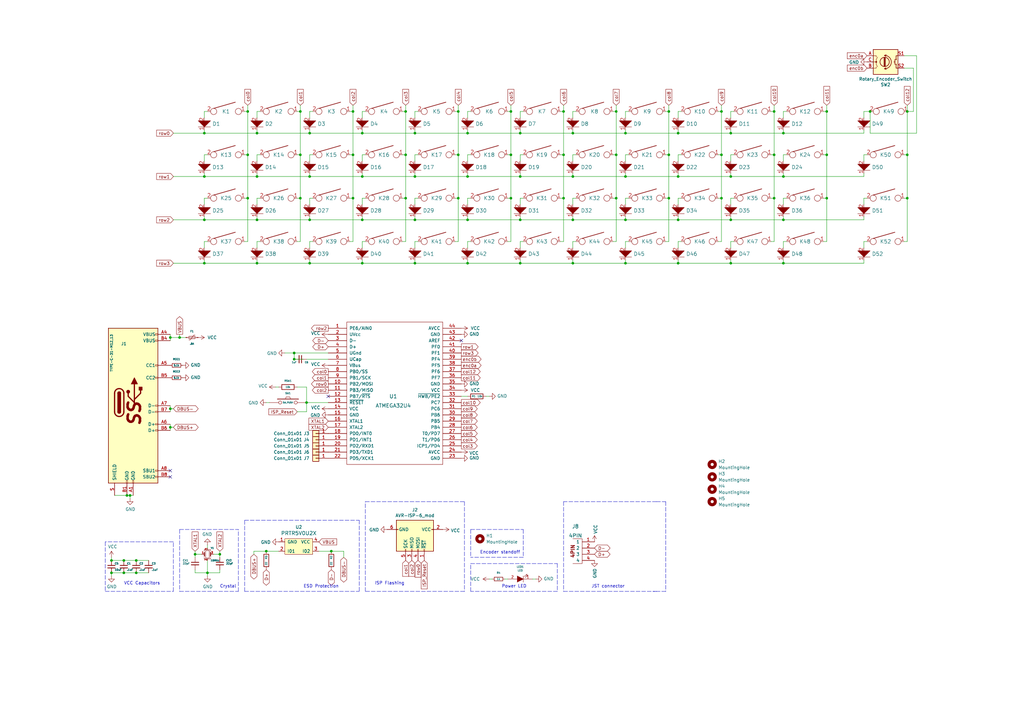
<source format=kicad_sch>
(kicad_sch (version 20211123) (generator eeschema)
  (paper "A3")
  (junction (at 187.96 81.28))
  (junction (at 170.18 90.17))
  (junction (at 191.77 107.95))
  (junction (at 101.6 45.72))
  (junction (at 73.66 138.43))
  (junction (at 231.14 81.28))
  (junction (at 299.72 90.17))
  (junction (at 356.87 45.72))
  (junction (at 123.19 45.72))
  (junction (at 209.55 81.28))
  (junction (at 105.41 54.61))
  (junction (at 213.36 107.95))
  (junction (at 101.6 81.28))
  (junction (at 123.19 63.5))
  (junction (at 278.13 72.39))
  (junction (at 274.32 45.72))
  (junction (at 127 54.61))
  (junction (at 148.59 107.95))
  (junction (at 317.5 81.28))
  (junction (at 339.09 63.5))
  (junction (at 166.37 63.5))
  (junction (at 53.34 203.2))
  (junction (at 83.82 72.39))
  (junction (at 256.54 90.17))
  (junction (at 252.73 63.5))
  (junction (at 50.8 229.87))
  (junction (at 372.11 63.5))
  (junction (at 105.41 107.95))
  (junction (at 166.37 45.72))
  (junction (at 321.31 72.39))
  (junction (at 213.36 90.17))
  (junction (at 105.41 72.39))
  (junction (at 101.6 63.5))
  (junction (at 135.89 226.06))
  (junction (at 339.09 45.72))
  (junction (at 321.31 54.61))
  (junction (at 278.13 90.17))
  (junction (at 252.73 81.28))
  (junction (at 295.91 63.5))
  (junction (at 83.82 90.17))
  (junction (at 170.18 54.61))
  (junction (at 55.88 234.95))
  (junction (at 80.01 227.33))
  (junction (at 144.78 81.28))
  (junction (at 120.65 144.78))
  (junction (at 231.14 45.72))
  (junction (at 234.95 90.17))
  (junction (at 295.91 45.72))
  (junction (at 83.82 54.61))
  (junction (at 52.07 203.2))
  (junction (at 123.19 81.28))
  (junction (at 372.11 81.28))
  (junction (at 321.31 107.95))
  (junction (at 125.73 165.1))
  (junction (at 339.09 81.28))
  (junction (at 127 72.39))
  (junction (at 274.32 81.28))
  (junction (at 252.73 45.72))
  (junction (at 317.5 45.72))
  (junction (at 256.54 54.61))
  (junction (at 274.32 63.5))
  (junction (at 170.18 72.39))
  (junction (at 191.77 90.17))
  (junction (at 144.78 63.5))
  (junction (at 234.95 107.95))
  (junction (at 69.85 167.64))
  (junction (at 278.13 54.61))
  (junction (at 148.59 72.39))
  (junction (at 109.22 226.06))
  (junction (at 55.88 229.87))
  (junction (at 90.17 227.33))
  (junction (at 278.13 107.95))
  (junction (at 45.72 229.87))
  (junction (at 85.09 234.95))
  (junction (at 50.8 234.95))
  (junction (at 105.41 90.17))
  (junction (at 317.5 63.5))
  (junction (at 299.72 72.39))
  (junction (at 295.91 81.28))
  (junction (at 231.14 63.5))
  (junction (at 83.82 107.95))
  (junction (at 170.18 107.95))
  (junction (at 299.72 54.61))
  (junction (at 209.55 63.5))
  (junction (at 127 90.17))
  (junction (at 144.78 45.72))
  (junction (at 299.72 107.95))
  (junction (at 166.37 81.28))
  (junction (at 187.96 63.5))
  (junction (at 256.54 107.95))
  (junction (at 45.72 234.95))
  (junction (at 187.96 45.72))
  (junction (at 69.85 138.43))
  (junction (at 120.65 147.32))
  (junction (at 209.55 45.72))
  (junction (at 191.77 54.61))
  (junction (at 191.77 72.39))
  (junction (at 127 107.95))
  (junction (at 213.36 72.39))
  (junction (at 69.85 175.26))
  (junction (at 321.31 90.17))
  (junction (at 234.95 54.61))
  (junction (at 234.95 72.39))
  (junction (at 213.36 54.61))
  (junction (at 256.54 72.39))
  (junction (at 148.59 90.17))
  (junction (at 148.59 54.61))
  (junction (at 372.11 45.72))
  (no_connect (at 189.23 139.7))
  (no_connect (at 69.85 193.04))
  (no_connect (at 134.62 162.56))
  (no_connect (at 69.85 195.58))
  (wire (pts (xy 209.55 63.5) (xy 209.55 81.28)))
  (polyline (pts (xy 100.33 242.57) (xy 100.33 213.36)))
  (wire (pts (xy 106.68 45.72) (xy 105.41 45.72)))
  (wire (pts (xy 110.49 165.1) (xy 109.22 165.1)))
  (wire (pts (xy 295.91 81.28) (xy 295.91 99.06)))
  (wire (pts (xy 69.85 138.43) (xy 69.85 139.7)))
  (wire (pts (xy 187.96 63.5) (xy 186.69 63.5)))
  (wire (pts (xy 128.27 45.72) (xy 127 45.72)))
  (wire (pts (xy 85.09 45.72) (xy 83.82 45.72)))
  (wire (pts (xy 234.95 88.9) (xy 234.95 90.17)))
  (wire (pts (xy 274.32 45.72) (xy 274.32 63.5)))
  (wire (pts (xy 170.18 107.95) (xy 191.77 107.95)))
  (polyline (pts (xy 193.04 217.17) (xy 193.04 228.6)))
  (wire (pts (xy 127 90.17) (xy 148.59 90.17)))
  (polyline (pts (xy 231.14 205.74) (xy 231.14 242.57)))
  (wire (pts (xy 170.18 71.12) (xy 170.18 72.39)))
  (polyline (pts (xy 73.66 242.57) (xy 97.79 242.57)))
  (wire (pts (xy 231.14 63.5) (xy 231.14 81.28)))
  (wire (pts (xy 299.72 54.61) (xy 321.31 54.61)))
  (wire (pts (xy 140.97 226.06) (xy 140.97 228.6)))
  (wire (pts (xy 256.54 88.9) (xy 256.54 90.17)))
  (wire (pts (xy 105.41 106.68) (xy 105.41 107.95)))
  (wire (pts (xy 127 107.95) (xy 148.59 107.95)))
  (wire (pts (xy 278.13 99.06) (xy 278.13 101.6)))
  (wire (pts (xy 256.54 99.06) (xy 256.54 101.6)))
  (wire (pts (xy 300.99 45.72) (xy 299.72 45.72)))
  (wire (pts (xy 73.66 138.43) (xy 76.2 138.43)))
  (wire (pts (xy 127 99.06) (xy 127 101.6)))
  (wire (pts (xy 191.77 54.61) (xy 213.36 54.61)))
  (wire (pts (xy 71.12 54.61) (xy 83.82 54.61)))
  (wire (pts (xy 339.09 43.18) (xy 339.09 45.72)))
  (wire (pts (xy 83.82 99.06) (xy 83.82 101.6)))
  (wire (pts (xy 209.55 81.28) (xy 209.55 99.06)))
  (wire (pts (xy 127 81.28) (xy 127 83.82)))
  (wire (pts (xy 317.5 99.06) (xy 316.23 99.06)))
  (wire (pts (xy 53.34 203.2) (xy 53.34 204.47)))
  (wire (pts (xy 166.37 63.5) (xy 166.37 81.28)))
  (wire (pts (xy 149.86 63.5) (xy 148.59 63.5)))
  (wire (pts (xy 171.45 45.72) (xy 170.18 45.72)))
  (wire (pts (xy 45.72 234.95) (xy 45.72 236.22)))
  (wire (pts (xy 127 88.9) (xy 127 90.17)))
  (wire (pts (xy 252.73 63.5) (xy 252.73 81.28)))
  (wire (pts (xy 294.64 81.28) (xy 295.91 81.28)))
  (wire (pts (xy 109.22 226.06) (xy 104.14 226.06)))
  (wire (pts (xy 251.46 81.28) (xy 252.73 81.28)))
  (wire (pts (xy 218.44 237.49) (xy 219.71 237.49)))
  (polyline (pts (xy 43.18 242.57) (xy 71.12 242.57)))
  (wire (pts (xy 125.73 165.1) (xy 125.73 168.91)))
  (wire (pts (xy 116.84 144.78) (xy 120.65 144.78)))
  (wire (pts (xy 299.72 106.68) (xy 299.72 107.95)))
  (wire (pts (xy 106.68 63.5) (xy 105.41 63.5)))
  (wire (pts (xy 274.32 63.5) (xy 274.32 81.28)))
  (wire (pts (xy 214.63 99.06) (xy 213.36 99.06)))
  (wire (pts (xy 209.55 99.06) (xy 208.28 99.06)))
  (wire (pts (xy 83.82 45.72) (xy 83.82 48.26)))
  (wire (pts (xy 257.81 63.5) (xy 256.54 63.5)))
  (wire (pts (xy 130.81 226.06) (xy 135.89 226.06)))
  (wire (pts (xy 295.91 43.18) (xy 295.91 45.72)))
  (wire (pts (xy 339.09 45.72) (xy 339.09 63.5)))
  (wire (pts (xy 214.63 63.5) (xy 213.36 63.5)))
  (wire (pts (xy 299.72 90.17) (xy 321.31 90.17)))
  (wire (pts (xy 144.78 63.5) (xy 143.51 63.5)))
  (wire (pts (xy 321.31 81.28) (xy 321.31 83.82)))
  (wire (pts (xy 121.92 45.72) (xy 123.19 45.72)))
  (wire (pts (xy 193.04 99.06) (xy 191.77 99.06)))
  (polyline (pts (xy 214.63 217.17) (xy 214.63 228.6)))
  (wire (pts (xy 125.73 158.75) (xy 125.73 165.1)))
  (wire (pts (xy 104.14 226.06) (xy 104.14 227.33)))
  (wire (pts (xy 234.95 72.39) (xy 256.54 72.39)))
  (wire (pts (xy 144.78 45.72) (xy 144.78 63.5)))
  (wire (pts (xy 355.6 63.5) (xy 354.33 63.5)))
  (wire (pts (xy 354.33 45.72) (xy 354.33 48.26)))
  (wire (pts (xy 354.33 45.72) (xy 356.87 45.72)))
  (wire (pts (xy 85.09 234.95) (xy 90.17 234.95)))
  (wire (pts (xy 105.41 72.39) (xy 127 72.39)))
  (polyline (pts (xy 228.6 242.57) (xy 193.04 242.57)))
  (wire (pts (xy 85.09 99.06) (xy 83.82 99.06)))
  (wire (pts (xy 300.99 81.28) (xy 299.72 81.28)))
  (wire (pts (xy 374.65 45.72) (xy 372.11 45.72)))
  (wire (pts (xy 234.95 45.72) (xy 234.95 48.26)))
  (wire (pts (xy 120.65 147.32) (xy 124.46 147.32)))
  (wire (pts (xy 170.18 90.17) (xy 191.77 90.17)))
  (polyline (pts (xy 73.66 217.17) (xy 73.66 242.57)))
  (wire (pts (xy 354.33 90.17) (xy 354.33 88.9)))
  (wire (pts (xy 295.91 45.72) (xy 295.91 63.5)))
  (polyline (pts (xy 269.24 205.74) (xy 231.14 205.74)))
  (wire (pts (xy 85.09 229.87) (xy 85.09 234.95)))
  (wire (pts (xy 372.11 43.18) (xy 372.11 45.72)))
  (wire (pts (xy 69.85 167.64) (xy 69.85 168.91)))
  (polyline (pts (xy 190.5 242.57) (xy 149.86 242.57)))
  (wire (pts (xy 106.68 99.06) (xy 105.41 99.06)))
  (wire (pts (xy 299.72 99.06) (xy 299.72 101.6)))
  (wire (pts (xy 370.84 22.86) (xy 375.92 22.86)))
  (wire (pts (xy 354.33 63.5) (xy 354.33 66.04)))
  (wire (pts (xy 231.14 43.18) (xy 231.14 45.72)))
  (wire (pts (xy 354.33 107.95) (xy 354.33 106.68)))
  (wire (pts (xy 123.19 81.28) (xy 123.19 99.06)))
  (wire (pts (xy 106.68 81.28) (xy 105.41 81.28)))
  (wire (pts (xy 85.09 234.95) (xy 85.09 236.22)))
  (wire (pts (xy 120.65 147.32) (xy 120.65 144.78)))
  (wire (pts (xy 213.36 71.12) (xy 213.36 72.39)))
  (wire (pts (xy 236.22 99.06) (xy 234.95 99.06)))
  (wire (pts (xy 375.92 22.86) (xy 375.92 54.61)))
  (wire (pts (xy 256.54 54.61) (xy 278.13 54.61)))
  (wire (pts (xy 322.58 63.5) (xy 321.31 63.5)))
  (wire (pts (xy 170.18 72.39) (xy 191.77 72.39)))
  (wire (pts (xy 148.59 90.17) (xy 170.18 90.17)))
  (wire (pts (xy 71.12 175.26) (xy 69.85 175.26)))
  (wire (pts (xy 321.31 63.5) (xy 321.31 66.04)))
  (wire (pts (xy 256.54 63.5) (xy 256.54 66.04)))
  (wire (pts (xy 127 54.61) (xy 148.59 54.61)))
  (wire (pts (xy 339.09 99.06) (xy 337.82 99.06)))
  (wire (pts (xy 321.31 90.17) (xy 321.31 88.9)))
  (wire (pts (xy 83.82 54.61) (xy 105.41 54.61)))
  (wire (pts (xy 299.72 53.34) (xy 299.72 54.61)))
  (wire (pts (xy 372.11 63.5) (xy 372.11 81.28)))
  (wire (pts (xy 50.8 234.95) (xy 45.72 234.95)))
  (wire (pts (xy 187.96 63.5) (xy 187.96 81.28)))
  (wire (pts (xy 105.41 63.5) (xy 105.41 66.04)))
  (wire (pts (xy 149.86 99.06) (xy 148.59 99.06)))
  (wire (pts (xy 321.31 72.39) (xy 321.31 71.12)))
  (wire (pts (xy 144.78 63.5) (xy 144.78 81.28)))
  (wire (pts (xy 356.87 54.61) (xy 375.92 54.61)))
  (wire (pts (xy 83.82 53.34) (xy 83.82 54.61)))
  (wire (pts (xy 354.33 99.06) (xy 354.33 101.6)))
  (wire (pts (xy 191.77 53.34) (xy 191.77 54.61)))
  (wire (pts (xy 101.6 43.18) (xy 101.6 45.72)))
  (wire (pts (xy 100.33 45.72) (xy 101.6 45.72)))
  (polyline (pts (xy 149.86 242.57) (xy 149.86 205.74)))
  (wire (pts (xy 339.09 81.28) (xy 339.09 99.06)))
  (wire (pts (xy 170.18 63.5) (xy 170.18 66.04)))
  (wire (pts (xy 125.73 168.91) (xy 121.92 168.91)))
  (wire (pts (xy 165.1 81.28) (xy 166.37 81.28)))
  (wire (pts (xy 193.04 63.5) (xy 191.77 63.5)))
  (wire (pts (xy 123.19 63.5) (xy 123.19 81.28)))
  (wire (pts (xy 209.55 45.72) (xy 209.55 63.5)))
  (wire (pts (xy 370.84 81.28) (xy 372.11 81.28)))
  (polyline (pts (xy 269.24 205.74) (xy 273.05 205.74)))
  (wire (pts (xy 52.07 203.2) (xy 53.34 203.2)))
  (wire (pts (xy 300.99 63.5) (xy 299.72 63.5)))
  (wire (pts (xy 166.37 45.72) (xy 166.37 63.5)))
  (wire (pts (xy 114.3 226.06) (xy 109.22 226.06)))
  (wire (pts (xy 278.13 71.12) (xy 278.13 72.39)))
  (wire (pts (xy 45.72 228.6) (xy 45.72 229.87)))
  (wire (pts (xy 274.32 63.5) (xy 273.05 63.5)))
  (wire (pts (xy 166.37 43.18) (xy 166.37 45.72)))
  (wire (pts (xy 50.8 229.87) (xy 45.72 229.87)))
  (wire (pts (xy 355.6 81.28) (xy 354.33 81.28)))
  (wire (pts (xy 127 106.68) (xy 127 107.95)))
  (wire (pts (xy 214.63 81.28) (xy 213.36 81.28)))
  (wire (pts (xy 121.92 158.75) (xy 125.73 158.75)))
  (wire (pts (xy 294.64 45.72) (xy 295.91 45.72)))
  (wire (pts (xy 100.33 81.28) (xy 101.6 81.28)))
  (wire (pts (xy 60.96 229.87) (xy 55.88 229.87)))
  (wire (pts (xy 120.65 144.78) (xy 134.62 144.78)))
  (wire (pts (xy 234.95 99.06) (xy 234.95 101.6)))
  (wire (pts (xy 295.91 63.5) (xy 294.64 63.5)))
  (wire (pts (xy 69.85 137.16) (xy 69.85 138.43)))
  (wire (pts (xy 71.12 167.64) (xy 69.85 167.64)))
  (polyline (pts (xy 190.5 205.74) (xy 190.5 242.57)))
  (wire (pts (xy 191.77 106.68) (xy 191.77 107.95)))
  (wire (pts (xy 189.23 162.56) (xy 191.77 162.56)))
  (wire (pts (xy 257.81 45.72) (xy 256.54 45.72)))
  (wire (pts (xy 256.54 45.72) (xy 256.54 48.26)))
  (wire (pts (xy 83.82 107.95) (xy 71.12 107.95)))
  (wire (pts (xy 299.72 71.12) (xy 299.72 72.39)))
  (wire (pts (xy 170.18 45.72) (xy 170.18 48.26)))
  (wire (pts (xy 128.27 63.5) (xy 127 63.5)))
  (wire (pts (xy 83.82 106.68) (xy 83.82 107.95)))
  (wire (pts (xy 148.59 72.39) (xy 170.18 72.39)))
  (wire (pts (xy 256.54 90.17) (xy 278.13 90.17)))
  (wire (pts (xy 295.91 63.5) (xy 295.91 81.28)))
  (wire (pts (xy 90.17 227.33) (xy 90.17 226.06)))
  (wire (pts (xy 83.82 72.39) (xy 105.41 72.39)))
  (wire (pts (xy 200.66 237.49) (xy 201.93 237.49)))
  (wire (pts (xy 234.95 81.28) (xy 234.95 83.82)))
  (wire (pts (xy 85.09 223.52) (xy 85.09 224.79)))
  (wire (pts (xy 354.33 54.61) (xy 354.33 53.34)))
  (wire (pts (xy 213.36 88.9) (xy 213.36 90.17)))
  (wire (pts (xy 299.72 45.72) (xy 299.72 48.26)))
  (wire (pts (xy 83.82 107.95) (xy 105.41 107.95)))
  (wire (pts (xy 83.82 88.9) (xy 83.82 90.17)))
  (wire (pts (xy 148.59 45.72) (xy 148.59 48.26)))
  (wire (pts (xy 257.81 81.28) (xy 256.54 81.28)))
  (wire (pts (xy 171.45 81.28) (xy 170.18 81.28)))
  (wire (pts (xy 191.77 45.72) (xy 191.77 48.26)))
  (wire (pts (xy 80.01 233.68) (xy 80.01 234.95)))
  (polyline (pts (xy 147.32 213.36) (xy 147.32 242.57)))
  (wire (pts (xy 148.59 106.68) (xy 148.59 107.95)))
  (wire (pts (xy 105.41 71.12) (xy 105.41 72.39)))
  (wire (pts (xy 322.58 81.28) (xy 321.31 81.28)))
  (wire (pts (xy 209.55 63.5) (xy 208.28 63.5)))
  (wire (pts (xy 317.5 81.28) (xy 317.5 99.06)))
  (wire (pts (xy 274.32 43.18) (xy 274.32 45.72)))
  (wire (pts (xy 213.36 90.17) (xy 234.95 90.17)))
  (wire (pts (xy 256.54 71.12) (xy 256.54 72.39)))
  (wire (pts (xy 144.78 99.06) (xy 143.51 99.06)))
  (wire (pts (xy 213.36 45.72) (xy 213.36 48.26)))
  (wire (pts (xy 191.77 81.28) (xy 191.77 83.82)))
  (wire (pts (xy 187.96 99.06) (xy 186.69 99.06)))
  (wire (pts (xy 256.54 81.28) (xy 256.54 83.82)))
  (wire (pts (xy 322.58 99.06) (xy 321.31 99.06)))
  (wire (pts (xy 208.28 81.28) (xy 209.55 81.28)))
  (wire (pts (xy 80.01 227.33) (xy 80.01 228.6)))
  (wire (pts (xy 252.73 81.28) (xy 252.73 99.06)))
  (wire (pts (xy 229.87 81.28) (xy 231.14 81.28)))
  (wire (pts (xy 125.73 147.32) (xy 134.62 147.32)))
  (wire (pts (xy 191.77 63.5) (xy 191.77 66.04)))
  (wire (pts (xy 69.85 138.43) (xy 73.66 138.43)))
  (wire (pts (xy 127 72.39) (xy 148.59 72.39)))
  (wire (pts (xy 234.95 90.17) (xy 256.54 90.17)))
  (wire (pts (xy 149.86 81.28) (xy 148.59 81.28)))
  (wire (pts (xy 316.23 45.72) (xy 317.5 45.72)))
  (wire (pts (xy 213.36 53.34) (xy 213.36 54.61)))
  (wire (pts (xy 355.6 99.06) (xy 354.33 99.06)))
  (wire (pts (xy 234.95 53.34) (xy 234.95 54.61)))
  (wire (pts (xy 337.82 45.72) (xy 339.09 45.72)))
  (wire (pts (xy 46.99 203.2) (xy 52.07 203.2)))
  (wire (pts (xy 213.36 99.06) (xy 213.36 101.6)))
  (wire (pts (xy 123.19 43.18) (xy 123.19 45.72)))
  (wire (pts (xy 166.37 81.28) (xy 166.37 99.06)))
  (wire (pts (xy 354.33 72.39) (xy 354.33 71.12)))
  (wire (pts (xy 279.4 63.5) (xy 278.13 63.5)))
  (wire (pts (xy 321.31 90.17) (xy 354.33 90.17)))
  (polyline (pts (xy 193.04 242.57) (xy 193.04 231.14)))
  (wire (pts (xy 128.27 99.06) (xy 127 99.06)))
  (wire (pts (xy 101.6 63.5) (xy 101.6 81.28)))
  (wire (pts (xy 143.51 45.72) (xy 144.78 45.72)))
  (wire (pts (xy 170.18 88.9) (xy 170.18 90.17)))
  (wire (pts (xy 273.05 81.28) (xy 274.32 81.28)))
  (wire (pts (xy 170.18 54.61) (xy 191.77 54.61)))
  (wire (pts (xy 372.11 45.72) (xy 372.11 63.5)))
  (wire (pts (xy 252.73 43.18) (xy 252.73 45.72)))
  (wire (pts (xy 256.54 53.34) (xy 256.54 54.61)))
  (wire (pts (xy 85.09 81.28) (xy 83.82 81.28)))
  (wire (pts (xy 278.13 88.9) (xy 278.13 90.17)))
  (wire (pts (xy 231.14 81.28) (xy 231.14 99.06)))
  (wire (pts (xy 278.13 53.34) (xy 278.13 54.61)))
  (wire (pts (xy 299.72 107.95) (xy 321.31 107.95)))
  (wire (pts (xy 299.72 72.39) (xy 321.31 72.39)))
  (wire (pts (xy 85.09 63.5) (xy 83.82 63.5)))
  (wire (pts (xy 213.36 54.61) (xy 234.95 54.61)))
  (wire (pts (xy 55.88 229.87) (xy 50.8 229.87)))
  (wire (pts (xy 191.77 99.06) (xy 191.77 101.6)))
  (wire (pts (xy 213.36 106.68) (xy 213.36 107.95)))
  (wire (pts (xy 209.55 43.18) (xy 209.55 45.72)))
  (wire (pts (xy 105.41 99.06) (xy 105.41 101.6)))
  (polyline (pts (xy 214.63 228.6) (xy 193.04 228.6)))
  (wire (pts (xy 213.36 81.28) (xy 213.36 83.82)))
  (wire (pts (xy 317.5 63.5) (xy 316.23 63.5)))
  (wire (pts (xy 356.87 45.72) (xy 356.87 54.61)))
  (wire (pts (xy 127 63.5) (xy 127 66.04)))
  (wire (pts (xy 295.91 99.06) (xy 294.64 99.06)))
  (wire (pts (xy 191.77 88.9) (xy 191.77 90.17)))
  (wire (pts (xy 256.54 107.95) (xy 278.13 107.95)))
  (wire (pts (xy 321.31 45.72) (xy 321.31 48.26)))
  (wire (pts (xy 83.82 72.39) (xy 71.12 72.39)))
  (polyline (pts (xy 43.18 222.25) (xy 43.18 242.57)))
  (wire (pts (xy 278.13 63.5) (xy 278.13 66.04)))
  (wire (pts (xy 127 53.34) (xy 127 54.61)))
  (wire (pts (xy 90.17 234.95) (xy 90.17 233.68)))
  (wire (pts (xy 337.82 81.28) (xy 339.09 81.28)))
  (wire (pts (xy 105.41 54.61) (xy 127 54.61)))
  (wire (pts (xy 321.31 54.61) (xy 321.31 53.34)))
  (wire (pts (xy 278.13 107.95) (xy 299.72 107.95)))
  (wire (pts (xy 105.41 88.9) (xy 105.41 90.17)))
  (wire (pts (xy 171.45 99.06) (xy 170.18 99.06)))
  (wire (pts (xy 317.5 63.5) (xy 317.5 81.28)))
  (wire (pts (xy 186.69 45.72) (xy 187.96 45.72)))
  (wire (pts (xy 69.85 175.26) (xy 69.85 176.53)))
  (wire (pts (xy 231.14 63.5) (xy 229.87 63.5)))
  (wire (pts (xy 234.95 107.95) (xy 256.54 107.95)))
  (wire (pts (xy 134.62 165.1) (xy 125.73 165.1)))
  (polyline (pts (xy 100.33 213.36) (xy 147.32 213.36)))
  (wire (pts (xy 252.73 63.5) (xy 251.46 63.5)))
  (wire (pts (xy 90.17 227.33) (xy 90.17 228.6)))
  (wire (pts (xy 236.22 81.28) (xy 234.95 81.28)))
  (wire (pts (xy 105.41 81.28) (xy 105.41 83.82)))
  (wire (pts (xy 321.31 99.06) (xy 321.31 101.6)))
  (wire (pts (xy 114.3 158.75) (xy 113.03 158.75)))
  (wire (pts (xy 231.14 45.72) (xy 231.14 63.5)))
  (wire (pts (xy 278.13 81.28) (xy 278.13 83.82)))
  (wire (pts (xy 123.19 63.5) (xy 121.92 63.5)))
  (wire (pts (xy 300.99 99.06) (xy 299.72 99.06)))
  (wire (pts (xy 213.36 107.95) (xy 234.95 107.95)))
  (wire (pts (xy 82.55 227.33) (xy 80.01 227.33)))
  (wire (pts (xy 144.78 81.28) (xy 144.78 99.06)))
  (wire (pts (xy 191.77 72.39) (xy 213.36 72.39)))
  (wire (pts (xy 279.4 45.72) (xy 278.13 45.72)))
  (wire (pts (xy 199.39 162.56) (xy 200.66 162.56)))
  (wire (pts (xy 55.88 234.95) (xy 50.8 234.95)))
  (wire (pts (xy 170.18 99.06) (xy 170.18 101.6)))
  (wire (pts (xy 252.73 99.06) (xy 251.46 99.06)))
  (wire (pts (xy 123.19 45.72) (xy 123.19 63.5)))
  (wire (pts (xy 148.59 54.61) (xy 170.18 54.61)))
  (wire (pts (xy 171.45 63.5) (xy 170.18 63.5)))
  (wire (pts (xy 251.46 45.72) (xy 252.73 45.72)))
  (wire (pts (xy 105.41 53.34) (xy 105.41 54.61)))
  (wire (pts (xy 135.89 226.06) (xy 140.97 226.06)))
  (wire (pts (xy 60.96 234.95) (xy 55.88 234.95)))
  (polyline (pts (xy 100.33 242.57) (xy 147.32 242.57)))
  (wire (pts (xy 128.27 81.28) (xy 127 81.28)))
  (wire (pts (xy 213.36 63.5) (xy 213.36 66.04)))
  (wire (pts (xy 144.78 43.18) (xy 144.78 45.72)))
  (wire (pts (xy 278.13 54.61) (xy 299.72 54.61)))
  (wire (pts (xy 252.73 45.72) (xy 252.73 63.5)))
  (wire (pts (xy 166.37 99.06) (xy 165.1 99.06)))
  (wire (pts (xy 317.5 45.72) (xy 317.5 63.5)))
  (wire (pts (xy 53.34 203.2) (xy 54.61 203.2)))
  (wire (pts (xy 234.95 71.12) (xy 234.95 72.39)))
  (wire (pts (xy 316.23 81.28) (xy 317.5 81.28)))
  (wire (pts (xy 148.59 71.12) (xy 148.59 72.39)))
  (wire (pts (xy 231.14 99.06) (xy 229.87 99.06)))
  (wire (pts (xy 148.59 53.34) (xy 148.59 54.61)))
  (wire (pts (xy 105.41 45.72) (xy 105.41 48.26)))
  (wire (pts (xy 236.22 63.5) (xy 234.95 63.5)))
  (wire (pts (xy 207.01 237.49) (xy 208.28 237.49)))
  (wire (pts (xy 372.11 63.5) (xy 370.84 63.5)))
  (polyline (pts (xy 149.86 205.74) (xy 190.5 205.74)))
  (wire (pts (xy 170.18 53.34) (xy 170.18 54.61)))
  (wire (pts (xy 166.37 63.5) (xy 165.1 63.5)))
  (wire (pts (xy 214.63 45.72) (xy 213.36 45.72)))
  (wire (pts (xy 213.36 72.39) (xy 234.95 72.39)))
  (wire (pts (xy 83.82 63.5) (xy 83.82 66.04)))
  (wire (pts (xy 256.54 72.39) (xy 278.13 72.39)))
  (wire (pts (xy 374.65 27.94) (xy 374.65 45.72)))
  (wire (pts (xy 148.59 63.5) (xy 148.59 66.04)))
  (wire (pts (xy 273.05 45.72) (xy 274.32 45.72)))
  (wire (pts (xy 321.31 107.95) (xy 354.33 107.95)))
  (wire (pts (xy 148.59 107.95) (xy 170.18 107.95)))
  (wire (pts (xy 236.22 45.72) (xy 234.95 45.72)))
  (wire (pts (xy 87.63 227.33) (xy 90.17 227.33)))
  (polyline (pts (xy 73.66 217.17) (xy 97.79 217.17)))
  (wire (pts (xy 187.96 43.18) (xy 187.96 45.72)))
  (wire (pts (xy 187.96 81.28) (xy 187.96 99.06)))
  (wire (pts (xy 105.41 107.95) (xy 127 107.95)))
  (wire (pts (xy 143.51 81.28) (xy 144.78 81.28)))
  (wire (pts (xy 279.4 81.28) (xy 278.13 81.28)))
  (wire (pts (xy 127 45.72) (xy 127 48.26)))
  (wire (pts (xy 234.95 63.5) (xy 234.95 66.04)))
  (wire (pts (xy 278.13 106.68) (xy 278.13 107.95)))
  (wire (pts (xy 80.01 227.33) (xy 80.01 226.06)))
  (wire (pts (xy 80.01 234.95) (xy 85.09 234.95)))
  (wire (pts (xy 83.82 90.17) (xy 105.41 90.17)))
  (wire (pts (xy 83.82 90.17) (xy 71.12 90.17)))
  (wire (pts (xy 69.85 166.37) (xy 69.85 167.64)))
  (wire (pts (xy 127 71.12) (xy 127 72.39)))
  (polyline (pts (xy 273.05 242.57) (xy 267.97 242.57)))
  (polyline (pts (xy 71.12 222.25) (xy 43.18 222.25)))
  (wire (pts (xy 193.04 45.72) (xy 191.77 45.72)))
  (wire (pts (xy 229.87 45.72) (xy 231.14 45.72)))
  (wire (pts (xy 148.59 88.9) (xy 148.59 90.17)))
  (wire (pts (xy 148.59 81.28) (xy 148.59 83.82)))
  (wire (pts (xy 101.6 99.06) (xy 100.33 99.06)))
  (wire (pts (xy 149.86 45.72) (xy 148.59 45.72)))
  (wire (pts (xy 187.96 45.72) (xy 187.96 63.5)))
  (wire (pts (xy 278.13 72.39) (xy 299.72 72.39)))
  (wire (pts (xy 101.6 81.28) (xy 101.6 99.06)))
  (wire (pts (xy 165.1 45.72) (xy 166.37 45.72)))
  (wire (pts (xy 321.31 107.95) (xy 321.31 106.68)))
  (wire (pts (xy 274.32 81.28) (xy 274.32 99.06)))
  (wire (pts (xy 322.58 45.72) (xy 321.31 45.72)))
  (wire (pts (xy 234.95 106.68) (xy 234.95 107.95)))
  (wire (pts (xy 208.28 45.72) (xy 209.55 45.72)))
  (wire (pts (xy 256.54 106.68) (xy 256.54 107.95)))
  (wire (pts (xy 170.18 106.68) (xy 170.18 107.95)))
  (wire (pts (xy 321.31 72.39) (xy 354.33 72.39)))
  (wire (pts (xy 186.69 81.28) (xy 187.96 81.28)))
  (wire (pts (xy 83.82 71.12) (xy 83.82 72.39)))
  (polyline (pts (xy 273.05 205.74) (xy 273.05 242.57)))
  (wire (pts (xy 372.11 99.06) (xy 370.84 99.06)))
  (wire (pts (xy 299.72 63.5) (xy 299.72 66.04)))
  (polyline (pts (xy 231.14 242.57) (xy 269.24 242.57)))
  (wire (pts (xy 278.13 90.17) (xy 299.72 90.17)))
  (wire (pts (xy 339.09 63.5) (xy 337.82 63.5)))
  (wire (pts (xy 257.81 99.06) (xy 256.54 99.06)))
  (wire (pts (xy 370.84 27.94) (xy 374.65 27.94)))
  (polyline (pts (xy 193.04 231.14) (xy 228.6 231.14)))
  (wire (pts (xy 148.59 99.06) (xy 148.59 101.6)))
  (wire (pts (xy 170.18 81.28) (xy 170.18 83.82)))
  (wire (pts (xy 191.77 90.17) (xy 213.36 90.17)))
  (wire (pts (xy 274.32 99.06) (xy 273.05 99.06)))
  (wire (pts (xy 73.66 137.16) (xy 73.66 138.43)))
  (wire (pts (xy 279.4 99.06) (xy 278.13 99.06)))
  (wire (pts (xy 299.72 81.28) (xy 299.72 83.82)))
  (wire (pts (xy 105.41 90.17) (xy 127 90.17)))
  (wire (pts (xy 193.04 81.28) (xy 191.77 81.28)))
  (wire (pts (xy 101.6 45.72) (xy 101.6 63.5)))
  (wire (pts (xy 121.92 81.28) (xy 123.19 81.28)))
  (wire (pts (xy 191.77 107.95) (xy 213.36 107.95)))
  (wire (pts (xy 339.09 63.5) (xy 339.09 81.28)))
  (wire (pts (xy 69.85 173.99) (xy 69.85 175.26)))
  (wire (pts (xy 191.77 71.12) (xy 191.77 72.39)))
  (polyline (pts (xy 193.04 217.17) (xy 214.63 217.17)))
  (wire (pts (xy 123.19 99.06) (xy 121.92 99.06)))
  (wire (pts (xy 317.5 43.18) (xy 317.5 45.72)))
  (polyline (pts (xy 97.79 242.57) (xy 97.79 217.17)))
  (wire (pts (xy 278.13 45.72) (xy 278.13 48.26)))
  (wire (pts (xy 372.11 81.28) (xy 372.11 99.06)))
  (wire (pts (xy 83.82 81.28) (xy 83.82 83.82)))
  (wire (pts (xy 354.33 81.28) (xy 354.33 83.82)))
  (wire (pts (xy 299.72 88.9) (xy 299.72 90.17)))
  (polyline (pts (xy 71.12 242.57) (xy 71.12 222.25)))
  (polyline (pts (xy 228.6 231.14) (xy 228.6 242.57)))
  (wire (pts (xy 101.6 63.5) (xy 100.33 63.5)))
  (wire (pts (xy 234.95 54.61) (xy 256.54 54.61)))
  (wire (pts (xy 321.31 54.61) (xy 354.33 54.61)))
  (text "ESD Protection" (at 124.46 241.3 0) (effects (font (size 1.27 1.27)) (justify left bottom)))
  (text "Crystal" (at 90.17 241.3 0) (effects (font (size 1.27 1.27)) (justify left bottom)))
  (text "Power LED" (at 205.74 241.3 0) (effects (font (size 1.27 1.27)) (justify left bottom)))
  (text "JST connector" (at 242.57 241.3 0) (effects (font (size 1.27 1.27)) (justify left bottom)))
  (text "VCC Capacitors" (at 50.8 240.03 0) (effects (font (size 1.27 1.27)) (justify left bottom)))
  (text "Encoder standoff" (at 196.85 227.33 0) (effects (font (size 1.27 1.27)) (justify left bottom)))
  (text "ISP Flashing" (at 153.67 240.03 0) (effects (font (size 1.27 1.27)) (justify left bottom)))
  (global_label "VBUS" (shape input) (at 130.81 222.25 0) (property "Intersheet References" "${INTERSHEET_REFS}" (effects hide)))
  (global_label "col8" (shape input) (at 274.32 43.18 90) (property "Intersheet References" "${INTERSHEET_REFS}" (effects hide)))
  (global_label "col2" (shape input) (at 168.91 229.87 270) (property "Intersheet References" "${INTERSHEET_REFS}" (effects hide)))
  (global_label "enc0a" (shape output) (at 189.23 149.86 0) (property "Intersheet References" "${INTERSHEET_REFS}" (effects hide)))
  (global_label "col4" (shape input) (at 187.96 43.18 90) (property "Intersheet References" "${INTERSHEET_REFS}" (effects hide)))
  (global_label "col7" (shape output) (at 189.23 172.72 0) (property "Intersheet References" "${INTERSHEET_REFS}" (effects hide)))
  (global_label "row2" (shape input) (at 71.12 90.17 180) (property "Intersheet References" "${INTERSHEET_REFS}" (effects hide)))
  (global_label "col0" (shape output) (at 134.62 152.4 180) (property "Intersheet References" "${INTERSHEET_REFS}" (effects hide)))
  (global_label "col2" (shape input) (at 144.78 43.18 90) (property "Intersheet References" "${INTERSHEET_REFS}" (effects hide)))
  (global_label "XTAL1" (shape input) (at 80.01 226.06 90) (property "Intersheet References" "${INTERSHEET_REFS}" (effects hide)))
  (global_label "D+" (shape bidirectional) (at 134.62 142.24 180) (property "Intersheet References" "${INTERSHEET_REFS}" (effects hide)))
  (global_label "row0" (shape output) (at 134.62 157.48 180) (property "Intersheet References" "${INTERSHEET_REFS}" (effects hide)))
  (global_label "VBUS" (shape output) (at 73.66 137.16 90) (property "Intersheet References" "${INTERSHEET_REFS}" (effects hide)))
  (global_label "col4" (shape output) (at 189.23 180.34 0) (property "Intersheet References" "${INTERSHEET_REFS}" (effects hide)))
  (global_label "row3" (shape input) (at 71.12 107.95 180) (property "Intersheet References" "${INTERSHEET_REFS}" (effects hide)))
  (global_label "D+" (shape bidirectional) (at 243.84 227.33 0) (property "Intersheet References" "${INTERSHEET_REFS}" (effects hide)))
  (global_label "col3" (shape input) (at 166.37 43.18 90) (property "Intersheet References" "${INTERSHEET_REFS}" (effects hide)))
  (global_label "D+" (shape bidirectional) (at 109.22 233.68 270) (property "Intersheet References" "${INTERSHEET_REFS}" (effects hide)))
  (global_label "D-" (shape bidirectional) (at 134.62 139.7 180) (property "Intersheet References" "${INTERSHEET_REFS}" (effects hide)))
  (global_label "col12" (shape output) (at 189.23 152.4 0) (property "Intersheet References" "${INTERSHEET_REFS}" (effects hide)))
  (global_label "col7" (shape input) (at 252.73 43.18 90) (property "Intersheet References" "${INTERSHEET_REFS}" (effects hide)))
  (global_label "col5" (shape input) (at 209.55 43.18 90) (property "Intersheet References" "${INTERSHEET_REFS}" (effects hide)))
  (global_label "col9" (shape input) (at 295.91 43.18 90) (property "Intersheet References" "${INTERSHEET_REFS}" (effects hide)))
  (global_label "DBUS-" (shape bidirectional) (at 140.97 228.6 270) (property "Intersheet References" "${INTERSHEET_REFS}" (effects hide)))
  (global_label "enc0b" (shape input) (at 355.6 27.94 180) (property "Intersheet References" "${INTERSHEET_REFS}" (effects hide)))
  (global_label "col2" (shape output) (at 134.62 160.02 180) (property "Intersheet References" "${INTERSHEET_REFS}" (effects hide)))
  (global_label "col6" (shape input) (at 231.14 43.18 90) (property "Intersheet References" "${INTERSHEET_REFS}" (effects hide)))
  (global_label "row1" (shape output) (at 189.23 142.24 0) (property "Intersheet References" "${INTERSHEET_REFS}" (effects hide)))
  (global_label "col9" (shape output) (at 189.23 167.64 0) (property "Intersheet References" "${INTERSHEET_REFS}" (effects hide)))
  (global_label "D-" (shape bidirectional) (at 135.89 233.68 270) (property "Intersheet References" "${INTERSHEET_REFS}" (effects hide)))
  (global_label "enc0a" (shape input) (at 355.6 22.86 180) (property "Intersheet References" "${INTERSHEET_REFS}" (effects hide)))
  (global_label "row0" (shape input) (at 171.45 229.87 270) (property "Intersheet References" "${INTERSHEET_REFS}" (effects hide)))
  (global_label "col10" (shape output) (at 189.23 165.1 0) (property "Intersheet References" "${INTERSHEET_REFS}" (effects hide)))
  (global_label "row2" (shape output) (at 134.62 134.62 180) (property "Intersheet References" "${INTERSHEET_REFS}" (effects hide)))
  (global_label "col8" (shape output) (at 189.23 170.18 0) (property "Intersheet References" "${INTERSHEET_REFS}" (effects hide)))
  (global_label "DBUS+" (shape bidirectional) (at 71.12 175.26 0) (property "Intersheet References" "${INTERSHEET_REFS}" (effects hide)))
  (global_label "ISP_Reset" (shape input) (at 173.99 229.87 270) (property "Intersheet References" "${INTERSHEET_REFS}" (effects hide)))
  (global_label "XTAL2" (shape input) (at 90.17 226.06 90) (property "Intersheet References" "${INTERSHEET_REFS}" (effects hide)))
  (global_label "XTAL1" (shape input) (at 134.62 172.72 180) (property "Intersheet References" "${INTERSHEET_REFS}" (effects hide)))
  (global_label "D-" (shape bidirectional) (at 243.84 224.79 0) (property "Intersheet References" "${INTERSHEET_REFS}" (effects hide)))
  (global_label "col1" (shape input) (at 166.37 229.87 270) (property "Intersheet References" "${INTERSHEET_REFS}" (effects hide)))
  (global_label "row0" (shape input) (at 71.12 54.61 180) (property "Intersheet References" "${INTERSHEET_REFS}" (effects hide)))
  (global_label "col11" (shape output) (at 189.23 154.94 0) (property "Intersheet References" "${INTERSHEET_REFS}" (effects hide)))
  (global_label "ISP_Reset" (shape input) (at 121.92 168.91 180) (property "Intersheet References" "${INTERSHEET_REFS}" (effects hide)))
  (global_label "col10" (shape input) (at 317.5 43.18 90) (property "Intersheet References" "${INTERSHEET_REFS}" (effects hide)))
  (global_label "col5" (shape output) (at 189.23 177.8 0) (property "Intersheet References" "${INTERSHEET_REFS}" (effects hide)))
  (global_label "col12" (shape input) (at 372.11 43.18 90) (property "Intersheet References" "${INTERSHEET_REFS}" (effects hide)))
  (global_label "col3" (shape output) (at 189.23 182.88 0) (property "Intersheet References" "${INTERSHEET_REFS}" (effects hide)))
  (global_label "col0" (shape input) (at 101.6 43.18 90) (property "Intersheet References" "${INTERSHEET_REFS}" (effects hide)))
  (global_label "XTAL2" (shape input) (at 134.62 175.26 180) (property "Intersheet References" "${INTERSHEET_REFS}" (effects hide)))
  (global_label "row1" (shape input) (at 71.12 72.39 180) (property "Intersheet References" "${INTERSHEET_REFS}" (effects hide)))
  (global_label "col11" (shape input) (at 339.09 43.18 90) (property "Intersheet References" "${INTERSHEET_REFS}" (effects hide)))
  (global_label "col6" (shape output) (at 189.23 175.26 0) (property "Intersheet References" "${INTERSHEET_REFS}" (effects hide)))
  (global_label "row3" (shape output) (at 189.23 144.78 0) (property "Intersheet References" "${INTERSHEET_REFS}" (effects hide)))
  (global_label "col1" (shape output) (at 134.62 154.94 180) (property "Intersheet References" "${INTERSHEET_REFS}" (effects hide)))
  (global_label "DBUS+" (shape bidirectional) (at 104.14 227.33 270) (property "Intersheet References" "${INTERSHEET_REFS}" (effects hide)))
  (global_label "enc0b" (shape output) (at 189.23 147.32 0) (property "Intersheet References" "${INTERSHEET_REFS}" (effects hide)))
  (global_label "DBUS-" (shape bidirectional) (at 71.12 167.64 0) (property "Intersheet References" "${INTERSHEET_REFS}" (effects hide)))
  (global_label "col1" (shape input) (at 123.19 43.18 90) (property "Intersheet References" "${INTERSHEET_REFS}" (effects hide)))
  (symbol (lib_id "pcb-rescue:KEYSW-keyboard_parts-Ori-rescue-lucy-rescue") (at 92.71 45.72 0) (unit 1)
    (property "Reference" "K1" (at 92.71 45.72 0) (effects (font (size 1.524 1.524))))
    (property "Value" "KEYSW" (effects hide))
    (property "Footprint" "MX_Only:MXOnly-1U-Hotswap" (effects hide))
  )
  (symbol (lib_id "pcb-rescue:KEYSW-keyboard_parts-Ori-rescue-lucy-rescue") (at 92.71 63.5 0) (unit 1)
    (property "Reference" "K13" (at 92.71 63.5 0) (effects (font (size 1.524 1.524))))
    (property "Value" "KEYSW" (effects hide))
    (property "Footprint" "MX_Only:MXOnly-1U-Hotswap" (effects hide))
  )
  (symbol (lib_id "pcb-rescue:D-keyboard_parts-Ori-rescue-lucy-rescue") (at 83.82 52.07 180) (unit 1)
    (property "Reference" "D1" (at 87.0712 50.8 0) (effects (font (size 1.524 1.524)) (justify right)))
    (property "Value" "D" (effects hide))
    (property "Footprint" "Keeb_footprints:D_SOD-123_modified" (effects hide))
  )
  (symbol (lib_id "pcb-rescue:D-keyboard_parts-Ori-rescue-lucy-rescue") (at 83.82 69.85 180) (unit 1)
    (property "Reference" "D13" (at 87.0712 68.58 0) (effects (font (size 1.524 1.524)) (justify right)))
    (property "Value" "D" (effects hide))
    (property "Footprint" "Keeb_footprints:D_SOD-123_modified" (effects hide))
  )
  (symbol (lib_id "pcb-rescue:KEYSW-keyboard_parts-Ori-rescue-lucy-rescue") (at 114.3 45.72 0) (unit 1)
    (property "Reference" "K2" (at 114.3 45.72 0) (effects (font (size 1.524 1.524))))
    (property "Value" "KEYSW" (effects hide))
    (property "Footprint" "MX_Only:MXOnly-1U-Hotswap" (effects hide))
  )
  (symbol (lib_id "pcb-rescue:KEYSW-keyboard_parts-Ori-rescue-lucy-rescue") (at 114.3 63.5 0) (unit 1)
    (property "Reference" "K14" (at 114.3 63.5 0) (effects (font (size 1.524 1.524))))
    (property "Value" "KEYSW" (effects hide))
    (property "Footprint" "MX_Only:MXOnly-1U-Hotswap" (effects hide))
  )
  (symbol (lib_id "pcb-rescue:D-keyboard_parts-Ori-rescue-lucy-rescue") (at 105.41 52.07 180) (unit 1)
    (property "Reference" "D2" (at 108.6612 50.8 0) (effects (font (size 1.524 1.524)) (justify right)))
    (property "Value" "D" (effects hide))
    (property "Footprint" "Keeb_footprints:D_SOD-123_modified" (effects hide))
  )
  (symbol (lib_id "pcb-rescue:D-keyboard_parts-Ori-rescue-lucy-rescue") (at 105.41 69.85 180) (unit 1)
    (property "Reference" "D14" (at 108.6612 68.58 0) (effects (font (size 1.524 1.524)) (justify right)))
    (property "Value" "D" (effects hide))
    (property "Footprint" "Keeb_footprints:D_SOD-123_modified" (effects hide))
  )
  (symbol (lib_id "pcb-rescue:KEYSW-keyboard_parts-Ori-rescue-lucy-rescue") (at 135.89 45.72 0) (unit 1)
    (property "Reference" "K3" (at 135.89 45.72 0) (effects (font (size 1.524 1.524))))
    (property "Value" "KEYSW" (effects hide))
    (property "Footprint" "MX_Only:MXOnly-1U-Hotswap" (effects hide))
  )
  (symbol (lib_id "pcb-rescue:KEYSW-keyboard_parts-Ori-rescue-lucy-rescue") (at 135.89 63.5 0) (unit 1)
    (property "Reference" "K15" (at 135.89 63.5 0) (effects (font (size 1.524 1.524))))
    (property "Value" "KEYSW" (effects hide))
    (property "Footprint" "MX_Only:MXOnly-1U-Hotswap" (effects hide))
  )
  (symbol (lib_id "pcb-rescue:D-keyboard_parts-Ori-rescue-lucy-rescue") (at 127 52.07 180) (unit 1)
    (property "Reference" "D3" (at 130.2512 50.8 0) (effects (font (size 1.524 1.524)) (justify right)))
    (property "Value" "D" (effects hide))
    (property "Footprint" "Keeb_footprints:D_SOD-123_modified" (effects hide))
  )
  (symbol (lib_id "pcb-rescue:D-keyboard_parts-Ori-rescue-lucy-rescue") (at 127 69.85 180) (unit 1)
    (property "Reference" "D15" (at 130.2512 68.58 0) (effects (font (size 1.524 1.524)) (justify right)))
    (property "Value" "D" (effects hide))
    (property "Footprint" "Keeb_footprints:D_SOD-123_modified" (effects hide))
  )
  (symbol (lib_id "pcb-rescue:KEYSW-keyboard_parts-Ori-rescue-lucy-rescue") (at 157.48 45.72 0) (unit 1)
    (property "Reference" "K4" (at 157.48 45.72 0) (effects (font (size 1.524 1.524))))
    (property "Value" "KEYSW" (effects hide))
    (property "Footprint" "MX_Only:MXOnly-1U-Hotswap" (effects hide))
  )
  (symbol (lib_id "pcb-rescue:KEYSW-keyboard_parts-Ori-rescue-lucy-rescue") (at 157.48 63.5 0) (unit 1)
    (property "Reference" "K16" (at 157.48 63.5 0) (effects (font (size 1.524 1.524))))
    (property "Value" "KEYSW" (effects hide))
    (property "Footprint" "MX_Only:MXOnly-1U-Hotswap" (effects hide))
  )
  (symbol (lib_id "pcb-rescue:D-keyboard_parts-Ori-rescue-lucy-rescue") (at 148.59 52.07 180) (unit 1)
    (property "Reference" "D4" (at 151.8412 50.8 0) (effects (font (size 1.524 1.524)) (justify right)))
    (property "Value" "D" (effects hide))
    (property "Footprint" "Keeb_footprints:D_SOD-123_modified" (effects hide))
  )
  (symbol (lib_id "pcb-rescue:D-keyboard_parts-Ori-rescue-lucy-rescue") (at 148.59 69.85 180) (unit 1)
    (property "Reference" "D16" (at 151.8412 68.58 0) (effects (font (size 1.524 1.524)) (justify right)))
    (property "Value" "D" (effects hide))
    (property "Footprint" "Keeb_footprints:D_SOD-123_modified" (effects hide))
  )
  (symbol (lib_id "pcb-rescue:KEYSW-keyboard_parts-Ori-rescue-lucy-rescue") (at 179.07 45.72 0) (unit 1)
    (property "Reference" "K5" (at 179.07 45.72 0) (effects (font (size 1.524 1.524))))
    (property "Value" "KEYSW" (effects hide))
    (property "Footprint" "MX_Only:MXOnly-1U-Hotswap" (effects hide))
  )
  (symbol (lib_id "pcb-rescue:KEYSW-keyboard_parts-Ori-rescue-lucy-rescue") (at 179.07 63.5 0) (unit 1)
    (property "Reference" "K17" (at 179.07 63.5 0) (effects (font (size 1.524 1.524))))
    (property "Value" "KEYSW" (effects hide))
    (property "Footprint" "MX_Only:MXOnly-1U-Hotswap" (effects hide))
  )
  (symbol (lib_id "pcb-rescue:D-keyboard_parts-Ori-rescue-lucy-rescue") (at 170.18 52.07 180) (unit 1)
    (property "Reference" "D5" (at 173.4312 50.8 0) (effects (font (size 1.524 1.524)) (justify right)))
    (property "Value" "D" (effects hide))
    (property "Footprint" "Keeb_footprints:D_SOD-123_modified" (effects hide))
  )
  (symbol (lib_id "pcb-rescue:D-keyboard_parts-Ori-rescue-lucy-rescue") (at 170.18 69.85 180) (unit 1)
    (property "Reference" "D17" (at 173.4312 68.58 0) (effects (font (size 1.524 1.524)) (justify right)))
    (property "Value" "D" (effects hide))
    (property "Footprint" "Keeb_footprints:D_SOD-123_modified" (effects hide))
  )
  (symbol (lib_id "pcb-rescue:KEYSW-keyboard_parts-Ori-rescue-lucy-rescue") (at 200.66 45.72 0) (unit 1)
    (property "Reference" "K6" (at 200.66 45.72 0) (effects (font (size 1.524 1.524))))
    (property "Value" "KEYSW" (effects hide))
    (property "Footprint" "MX_Only:MXOnly-1U-Hotswap" (effects hide))
  )
  (symbol (lib_id "pcb-rescue:KEYSW-keyboard_parts-Ori-rescue-lucy-rescue") (at 200.66 63.5 0) (unit 1)
    (property "Reference" "K18" (at 200.66 63.5 0) (effects (font (size 1.524 1.524))))
    (property "Value" "KEYSW" (effects hide))
    (property "Footprint" "MX_Only:MXOnly-1U-Hotswap" (effects hide))
  )
  (symbol (lib_id "pcb-rescue:D-keyboard_parts-Ori-rescue-lucy-rescue") (at 191.77 52.07 180) (unit 1)
    (property "Reference" "D6" (at 195.0212 50.8 0) (effects (font (size 1.524 1.524)) (justify right)))
    (property "Value" "D" (effects hide))
    (property "Footprint" "Keeb_footprints:D_SOD-123_modified" (effects hide))
  )
  (symbol (lib_id "pcb-rescue:D-keyboard_parts-Ori-rescue-lucy-rescue") (at 191.77 69.85 180) (unit 1)
    (property "Reference" "D18" (at 195.0212 68.58 0) (effects (font (size 1.524 1.524)) (justify right)))
    (property "Value" "D" (effects hide))
    (property "Footprint" "Keeb_footprints:D_SOD-123_modified" (effects hide))
  )
  (symbol (lib_id "pcb-rescue:KEYSW-keyboard_parts-Ori-rescue-lucy-rescue") (at 222.25 45.72 0) (unit 1)
    (property "Reference" "K7" (at 222.25 45.72 0) (effects (font (size 1.524 1.524))))
    (property "Value" "KEYSW" (effects hide))
    (property "Footprint" "MX_Only:MXOnly-1U-Hotswap" (effects hide))
  )
  (symbol (lib_id "pcb-rescue:KEYSW-keyboard_parts-Ori-rescue-lucy-rescue") (at 222.25 63.5 0) (unit 1)
    (property "Reference" "K19" (at 222.25 63.5 0) (effects (font (size 1.524 1.524))))
    (property "Value" "KEYSW" (effects hide))
    (property "Footprint" "MX_Only:MXOnly-1U-Hotswap" (effects hide))
  )
  (symbol (lib_id "pcb-rescue:D-keyboard_parts-Ori-rescue-lucy-rescue") (at 213.36 52.07 180) (unit 1)
    (property "Reference" "D7" (at 216.6112 50.8 0) (effects (font (size 1.524 1.524)) (justify right)))
    (property "Value" "D" (effects hide))
    (property "Footprint" "Keeb_footprints:D_SOD-123_modified" (effects hide))
  )
  (symbol (lib_id "pcb-rescue:D-keyboard_parts-Ori-rescue-lucy-rescue") (at 213.36 69.85 180) (unit 1)
    (property "Reference" "D19" (at 216.6112 68.58 0) (effects (font (size 1.524 1.524)) (justify right)))
    (property "Value" "D" (effects hide))
    (property "Footprint" "Keeb_footprints:D_SOD-123_modified" (effects hide))
  )
  (symbol (lib_id "pcb-rescue:KEYSW-keyboard_parts-Ori-rescue-lucy-rescue") (at 243.84 45.72 0) (unit 1)
    (property "Reference" "K8" (at 243.84 45.72 0) (effects (font (size 1.524 1.524))))
    (property "Value" "KEYSW" (effects hide))
    (property "Footprint" "MX_Only:MXOnly-1U-Hotswap" (effects hide))
  )
  (symbol (lib_id "pcb-rescue:KEYSW-keyboard_parts-Ori-rescue-lucy-rescue") (at 243.84 63.5 0) (unit 1)
    (property "Reference" "K20" (at 243.84 63.5 0) (effects (font (size 1.524 1.524))))
    (property "Value" "KEYSW" (effects hide))
    (property "Footprint" "MX_Only:MXOnly-1U-Hotswap" (effects hide))
  )
  (symbol (lib_id "pcb-rescue:D-keyboard_parts-Ori-rescue-lucy-rescue") (at 234.95 52.07 180) (unit 1)
    (property "Reference" "D8" (at 238.2012 50.8 0) (effects (font (size 1.524 1.524)) (justify right)))
    (property "Value" "D" (effects hide))
    (property "Footprint" "Keeb_footprints:D_SOD-123_modified" (effects hide))
  )
  (symbol (lib_id "pcb-rescue:D-keyboard_parts-Ori-rescue-lucy-rescue") (at 234.95 69.85 180) (unit 1)
    (property "Reference" "D20" (at 238.2012 68.58 0) (effects (font (size 1.524 1.524)) (justify right)))
    (property "Value" "D" (effects hide))
    (property "Footprint" "Keeb_footprints:D_SOD-123_modified" (effects hide))
  )
  (symbol (lib_id "pcb-rescue:KEYSW-keyboard_parts-Ori-rescue-lucy-rescue") (at 265.43 45.72 0) (unit 1)
    (property "Reference" "K9" (at 265.43 45.72 0) (effects (font (size 1.524 1.524))))
    (property "Value" "KEYSW" (effects hide))
    (property "Footprint" "MX_Only:MXOnly-1U-Hotswap" (effects hide))
  )
  (symbol (lib_id "pcb-rescue:KEYSW-keyboard_parts-Ori-rescue-lucy-rescue") (at 265.43 63.5 0) (unit 1)
    (property "Reference" "K21" (at 265.43 63.5 0) (effects (font (size 1.524 1.524))))
    (property "Value" "KEYSW" (effects hide))
    (property "Footprint" "MX_Only:MXOnly-1U-Hotswap" (effects hide))
  )
  (symbol (lib_id "pcb-rescue:D-keyboard_parts-Ori-rescue-lucy-rescue") (at 256.54 52.07 180) (unit 1)
    (property "Reference" "D9" (at 259.7912 50.8 0) (effects (font (size 1.524 1.524)) (justify right)))
    (property "Value" "D" (effects hide))
    (property "Footprint" "Keeb_footprints:D_SOD-123_modified" (effects hide))
  )
  (symbol (lib_id "pcb-rescue:D-keyboard_parts-Ori-rescue-lucy-rescue") (at 256.54 69.85 180) (unit 1)
    (property "Reference" "D21" (at 259.7912 68.58 0) (effects (font (size 1.524 1.524)) (justify right)))
    (property "Value" "D" (effects hide))
    (property "Footprint" "Keeb_footprints:D_SOD-123_modified" (effects hide))
  )
  (symbol (lib_id "pcb-rescue:KEYSW-keyboard_parts-Ori-rescue-lucy-rescue") (at 287.02 45.72 0) (unit 1)
    (property "Reference" "K10" (at 287.02 45.72 0) (effects (font (size 1.524 1.524))))
    (property "Value" "KEYSW" (effects hide))
    (property "Footprint" "MX_Only:MXOnly-1U-Hotswap" (effects hide))
  )
  (symbol (lib_id "pcb-rescue:KEYSW-keyboard_parts-Ori-rescue-lucy-rescue") (at 287.02 63.5 0) (unit 1)
    (property "Reference" "K22" (at 287.02 63.5 0) (effects (font (size 1.524 1.524))))
    (property "Value" "KEYSW" (effects hide))
    (property "Footprint" "MX_Only:MXOnly-1U-Hotswap" (effects hide))
  )
  (symbol (lib_id "pcb-rescue:D-keyboard_parts-Ori-rescue-lucy-rescue") (at 278.13 52.07 180) (unit 1)
    (property "Reference" "D10" (at 281.3812 50.8 0) (effects (font (size 1.524 1.524)) (justify right)))
    (property "Value" "D" (effects hide))
    (property "Footprint" "Keeb_footprints:D_SOD-123_modified" (effects hide))
  )
  (symbol (lib_id "pcb-rescue:D-keyboard_parts-Ori-rescue-lucy-rescue") (at 278.13 69.85 180) (unit 1)
    (property "Reference" "D22" (at 281.3812 68.58 0) (effects (font (size 1.524 1.524)) (justify right)))
    (property "Value" "D" (effects hide))
    (property "Footprint" "Keeb_footprints:D_SOD-123_modified" (effects hide))
  )
  (symbol (lib_id "pcb-rescue:KEYSW-keyboard_parts-Ori-rescue-lucy-rescue") (at 308.61 45.72 0) (unit 1)
    (property "Reference" "K11" (at 308.61 45.72 0) (effects (font (size 1.524 1.524))))
    (property "Value" "KEYSW" (effects hide))
    (property "Footprint" "MX_Only:MXOnly-1U-Hotswap" (effects hide))
  )
  (symbol (lib_id "pcb-rescue:KEYSW-keyboard_parts-Ori-rescue-lucy-rescue") (at 308.61 63.5 0) (unit 1)
    (property "Reference" "K23" (at 308.61 63.5 0) (effects (font (size 1.524 1.524))))
    (property "Value" "KEYSW" (effects hide))
    (property "Footprint" "MX_Only:MXOnly-1U-Hotswap" (effects hide))
  )
  (symbol (lib_id "pcb-rescue:D-keyboard_parts-Ori-rescue-lucy-rescue") (at 299.72 52.07 180) (unit 1)
    (property "Reference" "D11" (at 302.9712 50.8 0) (effects (font (size 1.524 1.524)) (justify right)))
    (property "Value" "D" (effects hide))
    (property "Footprint" "Keeb_footprints:D_SOD-123_modified" (effects hide))
  )
  (symbol (lib_id "pcb-rescue:D-keyboard_parts-Ori-rescue-lucy-rescue") (at 299.72 69.85 180) (unit 1)
    (property "Reference" "D23" (at 302.9712 68.58 0) (effects (font (size 1.524 1.524)) (justify right)))
    (property "Value" "D" (effects hide))
    (property "Footprint" "Keeb_footprints:D_SOD-123_modified" (effects hide))
  )
  (symbol (lib_id "pcb-rescue:KEYSW-keyboard_parts-Ori-rescue-lucy-rescue") (at 330.2 45.72 0) (unit 1)
    (property "Reference" "K12" (at 330.2 45.72 0) (effects (font (size 1.524 1.524))))
    (property "Value" "KEYSW" (effects hide))
    (property "Footprint" "MX_Only:MXOnly-1U-Hotswap" (effects hide))
  )
  (symbol (lib_id "pcb-rescue:KEYSW-keyboard_parts-Ori-rescue-lucy-rescue") (at 330.2 63.5 0) (unit 1)
    (property "Reference" "K24" (at 330.2 63.5 0) (effects (font (size 1.524 1.524))))
    (property "Value" "KEYSW" (effects hide))
    (property "Footprint" "MX_Only:MXOnly-1U-Hotswap" (effects hide))
  )
  (symbol (lib_id "pcb-rescue:D-keyboard_parts-Ori-rescue-lucy-rescue") (at 321.31 52.07 180) (unit 1)
    (property "Reference" "D12" (at 324.5612 50.8 0) (effects (font (size 1.524 1.524)) (justify right)))
    (property "Value" "D" (effects hide))
    (property "Footprint" "Keeb_footprints:D_SOD-123_modified" (effects hide))
  )
  (symbol (lib_id "pcb-rescue:D-keyboard_parts-Ori-rescue-lucy-rescue") (at 321.31 69.85 180) (unit 1)
    (property "Reference" "D24" (at 324.5612 68.58 0) (effects (font (size 1.524 1.524)) (justify right)))
    (property "Value" "D" (effects hide))
    (property "Footprint" "Keeb_footprints:D_SOD-123_modified" (effects hide))
  )
  (symbol (lib_id "pcb-rescue:KEYSW-keyboard_parts-Ori-rescue-lucy-rescue") (at 92.71 81.28 0) (unit 1)
    (property "Reference" "K25" (at 92.71 81.28 0) (effects (font (size 1.524 1.524))))
    (property "Value" "KEYSW" (effects hide))
    (property "Footprint" "MX_Only:MXOnly-1U-Hotswap" (effects hide))
  )
  (symbol (lib_id "pcb-rescue:D-keyboard_parts-Ori-rescue-lucy-rescue") (at 83.82 87.63 180) (unit 1)
    (property "Reference" "D25" (at 87.0712 86.36 0) (effects (font (size 1.524 1.524)) (justify right)))
    (property "Value" "D" (effects hide))
    (property "Footprint" "Keeb_footprints:D_SOD-123_modified" (effects hide))
  )
  (symbol (lib_id "pcb-rescue:KEYSW-keyboard_parts-Ori-rescue-lucy-rescue") (at 114.3 81.28 0) (unit 1)
    (property "Reference" "K26" (at 114.3 81.28 0) (effects (font (size 1.524 1.524))))
    (property "Value" "KEYSW" (effects hide))
    (property "Footprint" "MX_Only:MXOnly-1U-Hotswap" (effects hide))
  )
  (symbol (lib_id "pcb-rescue:D-keyboard_parts-Ori-rescue-lucy-rescue") (at 105.41 87.63 180) (unit 1)
    (property "Reference" "D26" (at 108.6612 86.36 0) (effects (font (size 1.524 1.524)) (justify right)))
    (property "Value" "D" (effects hide))
    (property "Footprint" "Keeb_footprints:D_SOD-123_modified" (effects hide))
  )
  (symbol (lib_id "pcb-rescue:KEYSW-keyboard_parts-Ori-rescue-lucy-rescue") (at 135.89 81.28 0) (unit 1)
    (property "Reference" "K27" (at 135.89 81.28 0) (effects (font (size 1.524 1.524))))
    (property "Value" "KEYSW" (effects hide))
    (property "Footprint" "MX_Only:MXOnly-1U-Hotswap" (effects hide))
  )
  (symbol (lib_id "pcb-rescue:D-keyboard_parts-Ori-rescue-lucy-rescue") (at 127 87.63 180) (unit 1)
    (property "Reference" "D27" (at 130.2512 86.36 0) (effects (font (size 1.524 1.524)) (justify right)))
    (property "Value" "D" (effects hide))
    (property "Footprint" "Keeb_footprints:D_SOD-123_modified" (effects hide))
  )
  (symbol (lib_id "pcb-rescue:KEYSW-keyboard_parts-Ori-rescue-lucy-rescue") (at 157.48 81.28 0) (unit 1)
    (property "Reference" "K28" (at 157.48 81.28 0) (effects (font (size 1.524 1.524))))
    (property "Value" "KEYSW" (effects hide))
    (property "Footprint" "MX_Only:MXOnly-1U-Hotswap" (effects hide))
  )
  (symbol (lib_id "pcb-rescue:D-keyboard_parts-Ori-rescue-lucy-rescue") (at 148.59 87.63 180) (unit 1)
    (property "Reference" "D28" (at 151.8412 86.36 0) (effects (font (size 1.524 1.524)) (justify right)))
    (property "Value" "D" (effects hide))
    (property "Footprint" "Keeb_footprints:D_SOD-123_modified" (effects hide))
  )
  (symbol (lib_id "pcb-rescue:KEYSW-keyboard_parts-Ori-rescue-lucy-rescue") (at 179.07 81.28 0) (unit 1)
    (property "Reference" "K29" (at 179.07 81.28 0) (effects (font (size 1.524 1.524))))
    (property "Value" "KEYSW" (effects hide))
    (property "Footprint" "MX_Only:MXOnly-1U-Hotswap" (effects hide))
  )
  (symbol (lib_id "pcb-rescue:D-keyboard_parts-Ori-rescue-lucy-rescue") (at 170.18 87.63 180) (unit 1)
    (property "Reference" "D29" (at 173.4312 86.36 0) (effects (font (size 1.524 1.524)) (justify right)))
    (property "Value" "D" (effects hide))
    (property "Footprint" "Keeb_footprints:D_SOD-123_modified" (effects hide))
  )
  (symbol (lib_id "pcb-rescue:KEYSW-keyboard_parts-Ori-rescue-lucy-rescue") (at 200.66 81.28 0) (unit 1)
    (property "Reference" "K30" (at 200.66 81.28 0) (effects (font (size 1.524 1.524))))
    (property "Value" "KEYSW" (effects hide))
    (property "Footprint" "MX_Only:MXOnly-1U-Hotswap" (effects hide))
  )
  (symbol (lib_id "pcb-rescue:D-keyboard_parts-Ori-rescue-lucy-rescue") (at 191.77 87.63 180) (unit 1)
    (property "Reference" "D30" (at 195.0212 86.36 0) (effects (font (size 1.524 1.524)) (justify right)))
    (property "Value" "D" (effects hide))
    (property "Footprint" "Keeb_footprints:D_SOD-123_modified" (effects hide))
  )
  (symbol (lib_id "pcb-rescue:KEYSW-keyboard_parts-Ori-rescue-lucy-rescue") (at 222.25 81.28 0) (unit 1)
    (property "Reference" "K31" (at 222.25 81.28 0) (effects (font (size 1.524 1.524))))
    (property "Value" "KEYSW" (effects hide))
    (property "Footprint" "MX_Only:MXOnly-1U-Hotswap" (effects hide))
  )
  (symbol (lib_id "pcb-rescue:D-keyboard_parts-Ori-rescue-lucy-rescue") (at 213.36 87.63 180) (unit 1)
    (property "Reference" "D31" (at 216.6112 86.36 0) (effects (font (size 1.524 1.524)) (justify right)))
    (property "Value" "D" (effects hide))
    (property "Footprint" "Keeb_footprints:D_SOD-123_modified" (effects hide))
  )
  (symbol (lib_id "pcb-rescue:KEYSW-keyboard_parts-Ori-rescue-lucy-rescue") (at 243.84 81.28 0) (unit 1)
    (property "Reference" "K32" (at 243.84 81.28 0) (effects (font (size 1.524 1.524))))
    (property "Value" "KEYSW" (effects hide))
    (property "Footprint" "MX_Only:MXOnly-1U-Hotswap" (effects hide))
  )
  (symbol (lib_id "pcb-rescue:D-keyboard_parts-Ori-rescue-lucy-rescue") (at 234.95 87.63 180) (unit 1)
    (property "Reference" "D32" (at 238.2012 86.36 0) (effects (font (size 1.524 1.524)) (justify right)))
    (property "Value" "D" (effects hide))
    (property "Footprint" "Keeb_footprints:D_SOD-123_modified" (effects hide))
  )
  (symbol (lib_id "pcb-rescue:KEYSW-keyboard_parts-Ori-rescue-lucy-rescue") (at 265.43 81.28 0) (unit 1)
    (property "Reference" "K33" (at 265.43 81.28 0) (effects (font (size 1.524 1.524))))
    (property "Value" "KEYSW" (effects hide))
    (property "Footprint" "MX_Only:MXOnly-1U-Hotswap" (effects hide))
  )
  (symbol (lib_id "pcb-rescue:D-keyboard_parts-Ori-rescue-lucy-rescue") (at 256.54 87.63 180) (unit 1)
    (property "Reference" "D33" (at 259.7912 86.36 0) (effects (font (size 1.524 1.524)) (justify right)))
    (property "Value" "D" (effects hide))
    (property "Footprint" "Keeb_footprints:D_SOD-123_modified" (effects hide))
  )
  (symbol (lib_id "pcb-rescue:KEYSW-keyboard_parts-Ori-rescue-lucy-rescue") (at 287.02 81.28 0) (unit 1)
    (property "Reference" "K34" (at 287.02 81.28 0) (effects (font (size 1.524 1.524))))
    (property "Value" "KEYSW" (effects hide))
    (property "Footprint" "MX_Only:MXOnly-1U-Hotswap" (effects hide))
  )
  (symbol (lib_id "pcb-rescue:D-keyboard_parts-Ori-rescue-lucy-rescue") (at 278.13 87.63 180) (unit 1)
    (property "Reference" "D34" (at 281.3812 86.36 0) (effects (font (size 1.524 1.524)) (justify right)))
    (property "Value" "D" (effects hide))
    (property "Footprint" "Keeb_footprints:D_SOD-123_modified" (effects hide))
  )
  (symbol (lib_id "pcb-rescue:KEYSW-keyboard_parts-Ori-rescue-lucy-rescue") (at 308.61 81.28 0) (unit 1)
    (property "Reference" "K35" (at 308.61 81.28 0) (effects (font (size 1.524 1.524))))
    (property "Value" "KEYSW" (effects hide))
    (property "Footprint" "MX_Only:MXOnly-1U-Hotswap" (effects hide))
  )
  (symbol (lib_id "pcb-rescue:D-keyboard_parts-Ori-rescue-lucy-rescue") (at 299.72 87.63 180) (unit 1)
    (property "Reference" "D35" (at 302.9712 86.36 0) (effects (font (size 1.524 1.524)) (justify right)))
    (property "Value" "D" (effects hide))
    (property "Footprint" "Keeb_footprints:D_SOD-123_modified" (effects hide))
  )
  (symbol (lib_id "pcb-rescue:KEYSW-keyboard_parts-Ori-rescue-lucy-rescue") (at 330.2 81.28 0) (unit 1)
    (property "Reference" "K36" (at 330.2 81.28 0) (effects (font (size 1.524 1.524))))
    (property "Value" "KEYSW" (effects hide))
    (property "Footprint" "MX_Only:MXOnly-1U-Hotswap" (effects hide))
  )
  (symbol (lib_id "pcb-rescue:D-keyboard_parts-Ori-rescue-lucy-rescue") (at 321.31 87.63 180) (unit 1)
    (property "Reference" "D36" (at 324.5612 86.36 0) (effects (font (size 1.524 1.524)) (justify right)))
    (property "Value" "D" (effects hide))
    (property "Footprint" "Keeb_footprints:D_SOD-123_modified" (effects hide))
  )
  (symbol (lib_id "pcb-rescue:D-keyboard_parts-Ori-rescue-lucy-rescue") (at 321.31 105.41 180) (unit 1)
    (property "Reference" "D48" (at 324.5612 104.14 0) (effects (font (size 1.524 1.524)) (justify right)))
    (property "Value" "D" (effects hide))
    (property "Footprint" "Keeb_footprints:D_SOD-123_modified" (effects hide))
  )
  (symbol (lib_id "pcb-rescue:KEYSW-keyboard_parts-Ori-rescue-lucy-rescue") (at 330.2 99.06 0) (unit 1)
    (property "Reference" "K48" (at 330.2 99.06 0) (effects (font (size 1.524 1.524))))
    (property "Value" "KEYSW" (effects hide))
    (property "Footprint" "MX_Only:MXOnly-1U-Hotswap" (effects hide))
  )
  (symbol (lib_id "pcb-rescue:D-keyboard_parts-Ori-rescue-lucy-rescue") (at 299.72 105.41 180) (unit 1)
    (property "Reference" "D47" (at 302.9712 104.14 0) (effects (font (size 1.524 1.524)) (justify right)))
    (property "Value" "D" (effects hide))
    (property "Footprint" "Keeb_footprints:D_SOD-123_modified" (effects hide))
  )
  (symbol (lib_id "pcb-rescue:KEYSW-keyboard_parts-Ori-rescue-lucy-rescue") (at 308.61 99.06 0) (unit 1)
    (property "Reference" "K47" (at 308.61 99.06 0) (effects (font (size 1.524 1.524))))
    (property "Value" "KEYSW" (effects hide))
    (property "Footprint" "MX_Only:MXOnly-1U-Hotswap" (effects hide))
  )
  (symbol (lib_id "pcb-rescue:D-keyboard_parts-Ori-rescue-lucy-rescue") (at 278.13 105.41 180) (unit 1)
    (property "Reference" "D46" (at 281.3812 104.14 0) (effects (font (size 1.524 1.524)) (justify right)))
    (property "Value" "D" (effects hide))
    (property "Footprint" "Keeb_footprints:D_SOD-123_modified" (effects hide))
  )
  (symbol (lib_id "pcb-rescue:KEYSW-keyboard_parts-Ori-rescue-lucy-rescue") (at 287.02 99.06 0) (unit 1)
    (property "Reference" "K46" (at 287.02 99.06 0) (effects (font (size 1.524 1.524))))
    (property "Value" "KEYSW" (effects hide))
    (property "Footprint" "MX_Only:MXOnly-1U-Hotswap" (effects hide))
  )
  (symbol (lib_id "pcb-rescue:D-keyboard_parts-Ori-rescue-lucy-rescue") (at 256.54 105.41 180) (unit 1)
    (property "Reference" "D45" (at 259.7912 104.14 0) (effects (font (size 1.524 1.524)) (justify right)))
    (property "Value" "D" (effects hide))
    (property "Footprint" "Keeb_footprints:D_SOD-123_modified" (effects hide))
  )
  (symbol (lib_id "pcb-rescue:KEYSW-keyboard_parts-Ori-rescue-lucy-rescue") (at 265.43 99.06 0) (unit 1)
    (property "Reference" "K45" (at 265.43 99.06 0) (effects (font (size 1.524 1.524))))
    (property "Value" "KEYSW" (effects hide))
    (property "Footprint" "MX_Only:MXOnly-1U-Hotswap" (effects hide))
  )
  (symbol (lib_id "pcb-rescue:D-keyboard_parts-Ori-rescue-lucy-rescue") (at 234.95 105.41 180) (unit 1)
    (property "Reference" "D44" (at 238.2012 104.14 0) (effects (font (size 1.524 1.524)) (justify right)))
    (property "Value" "D" (effects hide))
    (property "Footprint" "Keeb_footprints:D_SOD-123_modified" (effects hide))
  )
  (symbol (lib_id "pcb-rescue:KEYSW-keyboard_parts-Ori-rescue-lucy-rescue") (at 243.84 99.06 0) (unit 1)
    (property "Reference" "K44" (at 243.84 99.06 0) (effects (font (size 1.524 1.524))))
    (property "Value" "KEYSW" (effects hide))
    (property "Footprint" "MX_Only:MXOnly-1U-Hotswap" (effects hide))
  )
  (symbol (lib_id "pcb-rescue:D-keyboard_parts-Ori-rescue-lucy-rescue") (at 213.36 105.41 180) (unit 1)
    (property "Reference" "D43" (at 216.6112 104.14 0) (effects (font (size 1.524 1.524)) (justify right)))
    (property "Value" "D" (effects hide))
    (property "Footprint" "Keeb_footprints:D_SOD-123_modified" (effects hide))
  )
  (symbol (lib_id "pcb-rescue:KEYSW-keyboard_parts-Ori-rescue-lucy-rescue") (at 222.25 99.06 0) (unit 1)
    (property "Reference" "K43" (at 222.25 99.06 0) (effects (font (size 1.524 1.524))))
    (property "Value" "KEYSW" (effects hide))
    (property "Footprint" "MX_Only:MXOnly-1U-Hotswap" (effects hide))
  )
  (symbol (lib_id "pcb-rescue:D-keyboard_parts-Ori-rescue-lucy-rescue") (at 191.77 105.41 180) (unit 1)
    (property "Reference" "D42" (at 195.0212 104.14 0) (effects (font (size 1.524 1.524)) (justify right)))
    (property "Value" "D" (effects hide))
    (property "Footprint" "Keeb_footprints:D_SOD-123_modified" (effects hide))
  )
  (symbol (lib_id "pcb-rescue:KEYSW-keyboard_parts-Ori-rescue-lucy-rescue") (at 200.66 99.06 0) (unit 1)
    (property "Reference" "K42" (at 200.66 99.06 0) (effects (font (size 1.524 1.524))))
    (property "Value" "KEYSW" (effects hide))
    (property "Footprint" "MX_Only:MXOnly-1U-Hotswap" (effects hide))
  )
  (symbol (lib_id "pcb-rescue:D-keyboard_parts-Ori-rescue-lucy-rescue") (at 170.18 105.41 180) (unit 1)
    (property "Reference" "D41" (at 173.4312 104.14 0) (effects (font (size 1.524 1.524)) (justify right)))
    (property "Value" "D" (effects hide))
    (property "Footprint" "Keeb_footprints:D_SOD-123_modified" (effects hide))
  )
  (symbol (lib_id "pcb-rescue:KEYSW-keyboard_parts-Ori-rescue-lucy-rescue") (at 179.07 99.06 0) (unit 1)
    (property "Reference" "K41" (at 179.07 99.06 0) (effects (font (size 1.524 1.524))))
    (property "Value" "KEYSW" (effects hide))
    (property "Footprint" "MX_Only:MXOnly-1U-Hotswap" (effects hide))
  )
  (symbol (lib_id "pcb-rescue:D-keyboard_parts-Ori-rescue-lucy-rescue") (at 148.59 105.41 180) (unit 1)
    (property "Reference" "D40" (at 151.8412 104.14 0) (effects (font (size 1.524 1.524)) (justify right)))
    (property "Value" "D" (effects hide))
    (property "Footprint" "Keeb_footprints:D_SOD-123_modified" (effects hide))
  )
  (symbol (lib_id "pcb-rescue:KEYSW-keyboard_parts-Ori-rescue-lucy-rescue") (at 157.48 99.06 0) (unit 1)
    (property "Reference" "K40" (at 157.48 99.06 0) (effects (font (size 1.524 1.524))))
    (property "Value" "KEYSW" (effects hide))
    (property "Footprint" "MX_Only:MXOnly-1U-Hotswap" (effects hide))
  )
  (symbol (lib_id "pcb-rescue:D-keyboard_parts-Ori-rescue-lucy-rescue") (at 127 105.41 180) (unit 1)
    (property "Reference" "D39" (at 130.2512 104.14 0) (effects (font (size 1.524 1.524)) (justify right)))
    (property "Value" "D" (effects hide))
    (property "Footprint" "Keeb_footprints:D_SOD-123_modified" (effects hide))
  )
  (symbol (lib_id "pcb-rescue:KEYSW-keyboard_parts-Ori-rescue-lucy-rescue") (at 135.89 99.06 0) (unit 1)
    (property "Reference" "K39" (at 135.89 99.06 0) (effects (font (size 1.524 1.524))))
    (property "Value" "KEYSW" (effects hide))
    (property "Footprint" "MX_Only:MXOnly-1U-Hotswap" (effects hide))
  )
  (symbol (lib_id "pcb-rescue:D-keyboard_parts-Ori-rescue-lucy-rescue") (at 105.41 105.41 180) (unit 1)
    (property "Reference" "D38" (at 108.6612 104.14 0) (effects (font (size 1.524 1.524)) (justify right)))
    (property "Value" "D" (effects hide))
    (property "Footprint" "Keeb_footprints:D_SOD-123_modified" (effects hide))
  )
  (symbol (lib_id "pcb-rescue:KEYSW-keyboard_parts-Ori-rescue-lucy-rescue") (at 114.3 99.06 0) (unit 1)
    (property "Reference" "K38" (at 114.3 99.06 0) (effects (font (size 1.524 1.524))))
    (property "Value" "KEYSW" (effects hide))
    (property "Footprint" "MX_Only:MXOnly-1U-Hotswap" (effects hide))
  )
  (symbol (lib_id "pcb-rescue:D-keyboard_parts-Ori-rescue-lucy-rescue") (at 83.82 105.41 180) (unit 1)
    (property "Reference" "D37" (at 87.0712 104.14 0) (effects (font (size 1.524 1.524)) (justify right)))
    (property "Value" "D" (effects hide))
    (property "Footprint" "Keeb_footprints:D_SOD-123_modified" (effects hide))
  )
  (symbol (lib_id "pcb-rescue:KEYSW-keyboard_parts-Ori-rescue-lucy-rescue") (at 92.71 99.06 0) (unit 1)
    (property "Reference" "K37" (at 92.71 99.06 0) (effects (font (size 1.524 1.524))))
    (property "Value" "KEYSW" (effects hide))
    (property "Footprint" "MX_Only:MXOnly-1U-Hotswap" (effects hide))
  )
  (symbol (lib_id "Device:Polyfuse_Small") (at 78.74 138.43 270) (unit 1)
    (property "Reference" "F1" (at 78.74 135.89 90) (effects (font (size 0.7112 0.7112))))
    (property "Value" ".5A" (at 78.74 140.97 90) (effects (font (size 0.7112 0.7112))))
    (property "Footprint" "Fuse:Fuse_0805_2012Metric_Pad1.15x1.40mm_HandSolder" (effects hide))
  )
  (symbol (lib_id "pcb-rescue:ATMEGA32U4-keyboard_parts-Ori-rescue-lucy-rescue") (at 161.29 161.29 0) (unit 1)
    (property "Reference" "U1" (at 161.29 162.56 0) (effects (font (size 1.524 1.524))))
    (property "Value" "ATMEGA32U4" (at 161.29 166.37 0) (effects (font (size 1.524 1.524))))
    (property "Footprint" "Keebio-Parts:ATMEGA32U4-AU" (effects hide))
  )
  (symbol (lib_id "Device:C_Small") (at 80.01 231.14 0) (unit 1)
    (property "Reference" "CX1" (at 74.93 229.87 0) (effects (font (size 0.762 0.762)) (justify left)))
    (property "Value" "22pF" (at 74.93 231.14 0) (effects (font (size 0.762 0.762)) (justify left)))
    (property "Footprint" "Capacitor_SMD:C_0805_2012Metric_Pad1.18x1.45mm_HandSolder" (effects hide))
  )
  (symbol (lib_id "Device:C_Small") (at 90.17 231.14 0) (unit 1)
    (property "Reference" "CX2" (at 92.71 229.87 0) (effects (font (size 0.762 0.762)) (justify left)))
    (property "Value" "22pF" (at 92.71 231.14 0) (effects (font (size 0.762 0.762)) (justify left)))
    (property "Footprint" "Capacitor_SMD:C_0805_2012Metric_Pad1.18x1.45mm_HandSolder" (effects hide))
  )
  (symbol (lib_id "Device:R_Small") (at 72.39 154.94 270) (unit 1)
    (property "Reference" "RCC2" (at 72.39 152.4 90) (effects (font (size 0.7112 0.7112))))
    (property "Value" "5.1k" (at 72.39 154.94 90) (effects (font (size 0.7112 0.7112))))
    (property "Footprint" "Resistor_SMD:R_0805_2012Metric_Pad1.15x1.40mm_HandSolder" (effects hide))
  )
  (symbol (lib_id "Device:R_Small") (at 72.39 149.86 270) (unit 1)
    (property "Reference" "RCC1" (at 72.39 147.32 90) (effects (font (size 0.7112 0.7112))))
    (property "Value" "5.1k" (at 72.39 149.86 90) (effects (font (size 0.7112 0.7112))))
    (property "Footprint" "Resistor_SMD:R_0805_2012Metric_Pad1.15x1.40mm_HandSolder" (effects hide))
  )
  (symbol (lib_id "power:GND") (at 74.93 149.86 90) (unit 1)
    (property "Reference" "#PWR0123" (effects hide))
    (property "Value" "GND" (at 78.1812 149.733 90) (effects (justify right)))
  )
  (symbol (lib_id "power:GND") (at 74.93 154.94 90) (unit 1)
    (property "Reference" "#PWR0124" (effects hide))
    (property "Value" "GND" (at 78.1812 154.813 90) (effects (justify right)))
  )
  (symbol (lib_id "power:VCC") (at 134.62 137.16 90) (unit 1)
    (property "Reference" "#PWR0103" (effects hide))
    (property "Value" "VCC" (at 131.3942 136.7028 90) (effects (justify left)))
  )
  (symbol (lib_id "Device:Crystal_GND24_Small") (at 85.09 227.33 0) (unit 1)
    (property "Reference" "Y1" (at 86.36 224.79 0) (effects (font (size 0.7112 0.7112)) (justify left)))
    (property "Value" "16MHz" (at 86.36 229.87 0) (effects (font (size 0.7112 0.7112)) (justify left)))
    (property "Footprint" "Crystal:Crystal_SMD_3225-4Pin_3.2x2.5mm_HandSoldering" (effects hide))
  )
  (symbol (lib_id "power:GND") (at 85.09 223.52 180) (unit 1)
    (property "Reference" "#PWR0102" (effects hide))
    (property "Value" "GND" (at 84.963 219.1258 0))
  )
  (symbol (lib_id "power:VCC") (at 113.03 158.75 90) (unit 1)
    (property "Reference" "#PWR0105" (effects hide))
    (property "Value" "VCC" (at 109.8042 158.2928 90) (effects (justify left)))
  )
  (symbol (lib_id "power:GND") (at 109.22 165.1 270) (unit 1)
    (property "Reference" "#PWR0106" (effects hide))
    (property "Value" "GND" (at 105.9688 165.227 90) (effects (justify right)))
  )
  (symbol (lib_id "power:VCC") (at 134.62 149.86 90) (unit 1)
    (property "Reference" "#PWR0107" (effects hide))
    (property "Value" "VCC" (at 131.3942 149.4028 90) (effects (justify left)))
  )
  (symbol (lib_id "power:VCC") (at 134.62 167.64 90) (unit 1)
    (property "Reference" "#PWR0110" (effects hide))
    (property "Value" "VCC" (at 131.3942 167.1828 90) (effects (justify left)))
  )
  (symbol (lib_id "power:GND") (at 134.62 170.18 270) (unit 1)
    (property "Reference" "#PWR0111" (effects hide))
    (property "Value" "GND" (at 131.3688 170.307 90) (effects (justify right)))
  )
  (symbol (lib_id "power:VCC") (at 189.23 134.62 270) (unit 1)
    (property "Reference" "#PWR0112" (effects hide))
    (property "Value" "VCC" (at 193.04 134.62 90) (effects (justify left)))
  )
  (symbol (lib_id "power:GND") (at 189.23 137.16 90) (unit 1)
    (property "Reference" "#PWR0113" (effects hide))
    (property "Value" "GND" (at 192.4812 137.033 90) (effects (justify right)))
  )
  (symbol (lib_id "power:GND") (at 189.23 157.48 90) (unit 1)
    (property "Reference" "#PWR0114" (effects hide))
    (property "Value" "GND" (at 192.4812 157.353 90) (effects (justify right)))
  )
  (symbol (lib_id "power:GND") (at 200.66 162.56 90) (unit 1)
    (property "Reference" "#PWR0116" (effects hide))
    (property "Value" "GND" (at 203.9112 162.433 90) (effects (justify right)))
  )
  (symbol (lib_id "power:VCC") (at 189.23 185.42 270) (unit 1)
    (property "Reference" "#PWR0117" (effects hide))
    (property "Value" "VCC" (at 192.4812 185.8518 90) (effects (justify left)))
  )
  (symbol (lib_id "power:GND") (at 189.23 187.96 90) (unit 1)
    (property "Reference" "#PWR0118" (effects hide))
    (property "Value" "GND" (at 192.4812 187.833 90) (effects (justify right)))
  )
  (symbol (lib_id "power:GND") (at 53.34 204.47 0) (unit 1)
    (property "Reference" "#PWR0101" (effects hide))
    (property "Value" "GND" (at 53.467 208.8642 0))
  )
  (symbol (lib_id "Device:C_Small") (at 45.72 232.41 0) (unit 1)
    (property "Reference" "C5" (at 46.99 231.14 0) (effects (font (size 0.762 0.762)) (justify left)))
    (property "Value" "10uF" (at 46.99 233.68 0) (effects (font (size 0.762 0.762)) (justify left)))
    (property "Footprint" "Capacitor_SMD:C_0805_2012Metric_Pad1.18x1.45mm_HandSolder" (effects hide))
  )
  (symbol (lib_id "Device:C_Small") (at 50.8 232.41 0) (unit 1)
    (property "Reference" "C1" (at 52.07 231.14 0) (effects (font (size 0.762 0.762)) (justify left)))
    (property "Value" ".1uF" (at 52.07 233.68 0) (effects (font (size 0.762 0.762)) (justify left)))
    (property "Footprint" "Capacitor_SMD:C_0805_2012Metric_Pad1.18x1.45mm_HandSolder" (effects hide))
  )
  (symbol (lib_id "power:VCC") (at 45.72 228.6 0) (unit 1)
    (property "Reference" "#PWR0104" (effects hide))
    (property "Value" "VCC" (at 46.1518 224.2058 0))
  )
  (symbol (lib_id "power:GND") (at 45.72 236.22 0) (unit 1)
    (property "Reference" "#PWR0108" (effects hide))
    (property "Value" "GND" (at 45.847 240.6142 0))
  )
  (symbol (lib_id "Device:C_Small") (at 55.88 232.41 0) (unit 1)
    (property "Reference" "C2" (at 57.15 231.14 0) (effects (font (size 0.762 0.762)) (justify left)))
    (property "Value" ".1uF" (at 57.15 233.68 0) (effects (font (size 0.762 0.762)) (justify left)))
    (property "Footprint" "Capacitor_SMD:C_0805_2012Metric_Pad1.18x1.45mm_HandSolder" (effects hide))
  )
  (symbol (lib_id "power:GND") (at 116.84 144.78 270) (unit 1)
    (property "Reference" "#PWR0109" (effects hide))
    (property "Value" "GND" (at 113.5888 144.907 90) (effects (justify right)))
  )
  (symbol (lib_id "Device:C_Small") (at 60.96 232.41 0) (unit 1)
    (property "Reference" "C3" (at 62.23 231.14 0) (effects (font (size 0.762 0.762)) (justify left)))
    (property "Value" ".1uF" (at 62.23 233.68 0) (effects (font (size 0.762 0.762)) (justify left)))
    (property "Footprint" "Capacitor_SMD:C_0805_2012Metric_Pad1.18x1.45mm_HandSolder" (effects hide))
  )
  (symbol (lib_id "power:GND") (at 85.09 236.22 0) (unit 1)
    (property "Reference" "#PWR0119" (effects hide))
    (property "Value" "GND" (at 85.217 240.6142 0))
  )
  (symbol (lib_id "power:VCC") (at 189.23 160.02 270) (unit 1)
    (property "Reference" "#PWR0115" (effects hide))
    (property "Value" "VCC" (at 193.04 160.02 90) (effects (justify left)))
  )
  (symbol (lib_id "power:GND") (at 114.3 222.25 270) (unit 1)
    (property "Reference" "#PWR0122" (effects hide))
    (property "Value" "GND" (at 111.0488 222.377 90) (effects (justify right)))
  )
  (symbol (lib_id "pcb-rescue:SW_PUSH-keyboard_parts-Ori-rescue-lucy-rescue") (at 118.11 165.1 0) (unit 1)
    (property "Reference" "SW1" (at 118.11 161.29 0) (effects (font (size 0.7112 0.7112))))
    (property "Value" "SW_PUSH" (at 118.11 165.1 0) (effects (font (size 0.6096 0.6096))))
    (property "Footprint" "random-keyboard-parts:SKQG-1155865" (effects hide))
  )
  (symbol (lib_id "Device:R") (at 118.11 158.75 270) (unit 1)
    (property "Reference" "RSW1" (at 118.11 156.21 90) (effects (font (size 0.7112 0.7112))))
    (property "Value" "10k" (at 118.11 158.75 90) (effects (font (size 0.7112 0.7112))))
    (property "Footprint" "Resistor_SMD:R_0805_2012Metric_Pad1.15x1.40mm_HandSolder" (effects hide))
  )
  (symbol (lib_id "power:GND") (at 158.75 217.17 270) (unit 1)
    (property "Reference" "#PWR0121" (effects hide))
    (property "Value" "GND" (at 155.4988 217.297 90) (effects (justify right)))
  )
  (symbol (lib_id "power:VCC") (at 181.61 217.17 270) (unit 1)
    (property "Reference" "#PWR0125" (effects hide))
    (property "Value" "VCC" (at 184.8612 217.6018 90) (effects (justify left)))
  )
  (symbol (lib_id "Device:R") (at 195.58 162.56 270) (unit 1)
    (property "Reference" "R1" (at 194.31 162.56 90) (effects (font (size 0.762 0.762))))
    (property "Value" "10k" (at 196.85 162.56 90) (effects (font (size 0.762 0.762))))
    (property "Footprint" "Resistor_SMD:R_0805_2012Metric_Pad1.15x1.40mm_HandSolder" (effects hide))
  )
  (symbol (lib_id "pcb-rescue:TYPE-C-31-M12_13-acheronSymbols-Ori-rescue-lucy-rescue") (at 54.61 166.37 0) (unit 1)
    (property "Reference" "J1" (at 50.8 140.97 0) (effects (font (size 1.1938 1.1938))))
    (property "Value" "TYPE-C-31-M12_13" (at 45.72 144.78 90) (effects (font (size 0.9652 0.9652))))
    (property "Footprint" "Keeb_footprints:TYPE-C-31-M-12" (effects hide))
    (property "Datasheet" "https://www.usb.org/sites/default/files/documents/usb_type-c.zip" (effects hide))
  )
  (symbol (lib_id "Device:R") (at 135.89 229.87 180) (unit 1)
    (property "Reference" "R2" (at 135.89 228.6 90) (effects (font (size 0.7112 0.7112))))
    (property "Value" "22" (at 135.89 231.14 90) (effects (font (size 0.7112 0.7112))))
    (property "Footprint" "Resistor_SMD:R_0805_2012Metric_Pad1.15x1.40mm_HandSolder" (effects hide))
  )
  (symbol (lib_id "Device:R") (at 109.22 229.87 180) (unit 1)
    (property "Reference" "R3" (at 109.22 228.6 90) (effects (font (size 0.7112 0.7112))))
    (property "Value" "22" (at 109.22 231.14 90) (effects (font (size 0.7112 0.7112))))
    (property "Footprint" "Resistor_SMD:R_0805_2012Metric_Pad1.15x1.40mm_HandSolder" (effects hide))
  )
  (symbol (lib_id "Device:C_Small") (at 123.19 147.32 270) (unit 1)
    (property "Reference" "C6" (at 125.73 148.59 90) (effects (font (size 0.7112 0.7112))))
    (property "Value" "1uF" (at 120.65 148.59 90) (effects (font (size 0.7112 0.7112))))
    (property "Footprint" "Capacitor_SMD:C_0805_2012Metric_Pad1.18x1.45mm_HandSolder" (effects hide))
  )
  (symbol (lib_id "pcb-rescue:AVR-ISP-6_mod-Connector-Ori-rescue-lucy-rescue") (at 168.91 219.71 270) (unit 1)
    (property "Reference" "J2" (at 170.18 209.1182 90))
    (property "Value" "AVR-ISP-6_mod" (at 170.18 211.4296 90))
    (property "Footprint" "Keeb_footprints:ICSP-Header_small_pins" (effects hide))
    (property "Datasheet" " ~" (effects hide))
  )
  (symbol (lib_id "Device:Rotary_Encoder_Switch") (at 363.22 25.4 0) (unit 1)
    (property "Reference" "SW2" (at 363.22 34.7218 0))
    (property "Value" "Rotary_Encoder_Switch" (at 363.22 32.4104 0))
    (property "Footprint" "Keebio-Parts:RotaryEncoder_EC11" (effects hide))
  )
  (symbol (lib_id "pcb-rescue:D-keyboard_parts-Ori-rescue-lucy-rescue") (at 354.33 52.07 180) (unit 1)
    (property "Reference" "D49" (at 357.5812 50.8 0) (effects (font (size 1.524 1.524)) (justify right)))
    (property "Value" "D" (effects hide))
    (property "Footprint" "Keeb_footprints:D_SOD-123_modified" (effects hide))
  )
  (symbol (lib_id "pcb-rescue:D-keyboard_parts-Ori-rescue-lucy-rescue") (at 354.33 69.85 180) (unit 1)
    (property "Reference" "D50" (at 357.5812 68.58 0) (effects (font (size 1.524 1.524)) (justify right)))
    (property "Value" "D" (effects hide))
    (property "Footprint" "Keeb_footprints:D_SOD-123_modified" (effects hide))
  )
  (symbol (lib_id "pcb-rescue:KEYSW-keyboard_parts-Ori-rescue-lucy-rescue") (at 363.22 63.5 0) (unit 1)
    (property "Reference" "K50" (at 363.22 63.5 0) (effects (font (size 1.524 1.524))))
    (property "Value" "KEYSW" (effects hide))
    (property "Footprint" "MX_Only:MXOnly-1U-Hotswap" (effects hide))
  )
  (symbol (lib_id "pcb-rescue:KEYSW-keyboard_parts-Ori-rescue-lucy-rescue") (at 363.22 81.28 0) (unit 1)
    (property "Reference" "K51" (at 363.22 81.28 0) (effects (font (size 1.524 1.524))))
    (property "Value" "KEYSW" (effects hide))
    (property "Footprint" "MX_Only:MXOnly-1U-Hotswap" (effects hide))
  )
  (symbol (lib_id "pcb-rescue:D-keyboard_parts-Ori-rescue-lucy-rescue") (at 354.33 87.63 180) (unit 1)
    (property "Reference" "D51" (at 357.5812 86.36 0) (effects (font (size 1.524 1.524)) (justify right)))
    (property "Value" "D" (effects hide))
    (property "Footprint" "Keeb_footprints:D_SOD-123_modified" (effects hide))
  )
  (symbol (lib_id "pcb-rescue:D-keyboard_parts-Ori-rescue-lucy-rescue") (at 354.33 105.41 180) (unit 1)
    (property "Reference" "D52" (at 357.5812 104.14 0) (effects (font (size 1.524 1.524)) (justify right)))
    (property "Value" "D" (effects hide))
    (property "Footprint" "Keeb_footprints:D_SOD-123_modified" (effects hide))
  )
  (symbol (lib_id "pcb-rescue:KEYSW-keyboard_parts-Ori-rescue-lucy-rescue") (at 363.22 99.06 0) (unit 1)
    (property "Reference" "K52" (at 363.22 99.06 0) (effects (font (size 1.524 1.524))))
    (property "Value" "KEYSW" (effects hide))
    (property "Footprint" "MX_Only:MXOnly-1U-Hotswap" (effects hide))
  )
  (symbol (lib_id "power:GND") (at 355.6 25.4 270) (unit 1)
    (property "Reference" "#PWR0130" (effects hide))
    (property "Value" "GND" (at 352.3488 25.527 90) (effects (justify right)))
  )
  (symbol (lib_id "Device:R_Small") (at 204.47 237.49 270) (unit 1)
    (property "Reference" "R4" (at 204.47 234.95 90) (effects (font (size 0.762 0.762))))
    (property "Value" "1k" (at 204.47 237.49 90) (effects (font (size 0.762 0.762))))
    (property "Footprint" "Resistor_SMD:R_0805_2012Metric_Pad1.15x1.40mm_HandSolder" (effects hide))
  )
  (symbol (lib_id "pcb-rescue:LED-keyboard_parts-Ori-rescue-lucy-rescue") (at 213.36 237.49 180) (unit 1)
    (property "Reference" "LED1" (at 213.36 232.4608 0) (effects (font (size 0.762 0.762))))
    (property "Value" "LED" (at 213.36 233.9848 0) (effects (font (size 0.762 0.762))))
    (property "Footprint" "LED_SMD:LED_0805_2012Metric_Pad1.15x1.40mm_HandSolder" (effects hide))
  )
  (symbol (lib_id "power:GND") (at 219.71 237.49 90) (unit 1)
    (property "Reference" "#PWR0127" (effects hide))
    (property "Value" "GND" (at 222.9612 237.363 90) (effects (justify right)))
  )
  (symbol (lib_id "keyboard_parts:PRTR5V0U2X") (at 121.92 218.44 0) (unit 1)
    (property "Reference" "U2" (at 122.555 216.1794 0))
    (property "Value" "PRTR5V0U2X" (at 122.555 218.694 0) (effects (font (size 1.524 1.524))))
    (property "Footprint" "Keebio-Parts:SOT-143B" (effects hide))
  )
  (symbol (lib_id "Connector_Generic:Conn_01x01") (at 129.54 177.8 180) (unit 1)
    (property "Reference" "J3" (at 125.73 177.8 0))
    (property "Value" "Conn_01x01" (at 118.11 177.8 0))
    (property "Footprint" "TestPoint:TestPoint_Keystone_5000-5004_Miniature" (effects hide))
  )
  (symbol (lib_id "Mechanical:MountingHole") (at 196.85 220.98 0) (unit 1)
    (property "Reference" "H1" (at 199.39 219.7099 0) (effects (justify left)))
    (property "Value" "MountingHole" (at 199.39 222.2499 0) (effects (justify left)))
    (property "Footprint" "MountingHole:MountingHole_2.2mm_M2_DIN965_Pad" (effects hide))
  )
  (symbol (lib_id "Connector_Generic:Conn_01x01") (at 129.54 187.96 180) (unit 1)
    (property "Reference" "J7" (at 125.73 187.96 0))
    (property "Value" "Conn_01x01" (at 118.11 187.96 0))
    (property "Footprint" "TestPoint:TestPoint_Keystone_5000-5004_Miniature" (effects hide))
  )
  (symbol (lib_id "Connector_Generic:Conn_01x01") (at 129.54 182.88 180) (unit 1)
    (property "Reference" "J5" (at 125.73 182.88 0))
    (property "Value" "Conn_01x01" (at 118.11 182.88 0))
    (property "Footprint" "TestPoint:TestPoint_Keystone_5000-5004_Miniature" (effects hide))
  )
  (symbol (lib_id "Mechanical:MountingHole") (at 292.1 190.5 0) (unit 1)
    (property "Reference" "H2" (at 294.64 189.2299 0) (effects (justify left)))
    (property "Value" "MountingHole" (at 294.64 191.7699 0) (effects (justify left)))
    (property "Footprint" "MountingHole:MountingHole_2.2mm_M2_DIN965_Pad" (effects hide))
  )
  (symbol (lib_id "Connector_Generic:Conn_01x01") (at 129.54 185.42 180) (unit 1)
    (property "Reference" "J6" (at 125.73 185.42 0))
    (property "Value" "Conn_01x01" (at 118.11 185.42 0))
    (property "Footprint" "TestPoint:TestPoint_Keystone_5000-5004_Miniature" (effects hide))
  )
  (symbol (lib_id "Connector_Generic:Conn_01x01") (at 129.54 180.34 180) (unit 1)
    (property "Reference" "J4" (at 125.73 180.34 0))
    (property "Value" "Conn_01x01" (at 118.11 180.34 0))
    (property "Footprint" "TestPoint:TestPoint_Keystone_5000-5004_Miniature" (effects hide))
  )
  (symbol (lib_id "Mechanical:MountingHole") (at 292.1 195.58 0) (unit 1)
    (property "Reference" "H3" (at 294.64 194.3099 0) (effects (justify left)))
    (property "Value" "MountingHole" (at 294.64 196.8499 0) (effects (justify left)))
    (property "Footprint" "MountingHole:MountingHole_2.2mm_M2_DIN965_Pad" (effects hide))
  )
  (symbol (lib_id "power:VCC") (at 200.66 237.49 90) (unit 1)
    (property "Reference" "#PWR0126" (effects hide))
    (property "Value" "VCC" (at 196.85 237.4899 90) (effects (justify left)))
  )
  (symbol (lib_id "Mechanical:MountingHole") (at 292.1 205.74 0) (unit 1)
    (property "Reference" "H5" (at 294.64 204.4699 0) (effects (justify left)))
    (property "Value" "MountingHole" (at 294.64 207.0099 0) (effects (justify left)))
    (property "Footprint" "MountingHole:MountingHole_2.2mm_M2_DIN965_Pad" (effects hide))
  )
  (symbol (lib_id "Mechanical:MountingHole") (at 292.1 200.66 0) (unit 1)
    (property "Reference" "H4" (at 294.64 199.3899 0) (effects (justify left)))
    (property "Value" "MountingHole" (at 294.64 201.9299 0) (effects (justify left)))
    (property "Footprint" "MountingHole:MountingHole_2.2mm_M2_DIN965_Pad" (effects hide))
  )
  (symbol (lib_id "power:GND") (at 243.84 229.87 0) (unit 1)
    (property "Reference" "#PWR0128" (effects hide))
    (property "Value" "GND" (at 243.967 233.1212 90) (effects (justify right)))
  )
  (symbol (lib_id "power:VCC") (at 243.84 222.25 0) (unit 1)
    (property "Reference" "#PWR0131" (effects hide))
    (property "Value" "VCC" (at 244.2718 218.9988 90) (effects (justify left)))
  )
  (symbol (lib_id "component:4PIN") (at 238.76 226.06 0) (unit 1)
    (property "Reference" "J8" (at 236.013 215.9 0) (effects (font (size 1.524 1.524))))
    (property "Value" "4PIN" (at 236.013 219.71 0) (effects (font (size 1.524 1.524))))
    (property "Footprint" "Connector_JST:JST_SH_SM04B-SRSS-TB_1x04-1MP_P1.00mm_Horizontal" (effects hide))
  )
  (symbol (lib_id "pcb-rescue:KEYSW-keyboard_parts-Ori-rescue-lucy-rescue") (at 364.49 45.72 0) (unit 1)
    (property "Reference" "K49" (at 364.49 45.72 0) (effects (font (size 1.524 1.524))))
    (property "Value" "KEYSW" (effects hide))
    (property "Footprint" "MX_Only:MXOnly-1U-NoLED" (effects hide))
  )
  (symbol (lib_id "power:VCC") (at 81.28 138.43 270) (unit 1)
    (property "Reference" "#PWR0120" (effects hide))
    (property "Value" "VCC" (at 85.09 138.4299 90) (effects (justify left)))
  )
)
</source>
